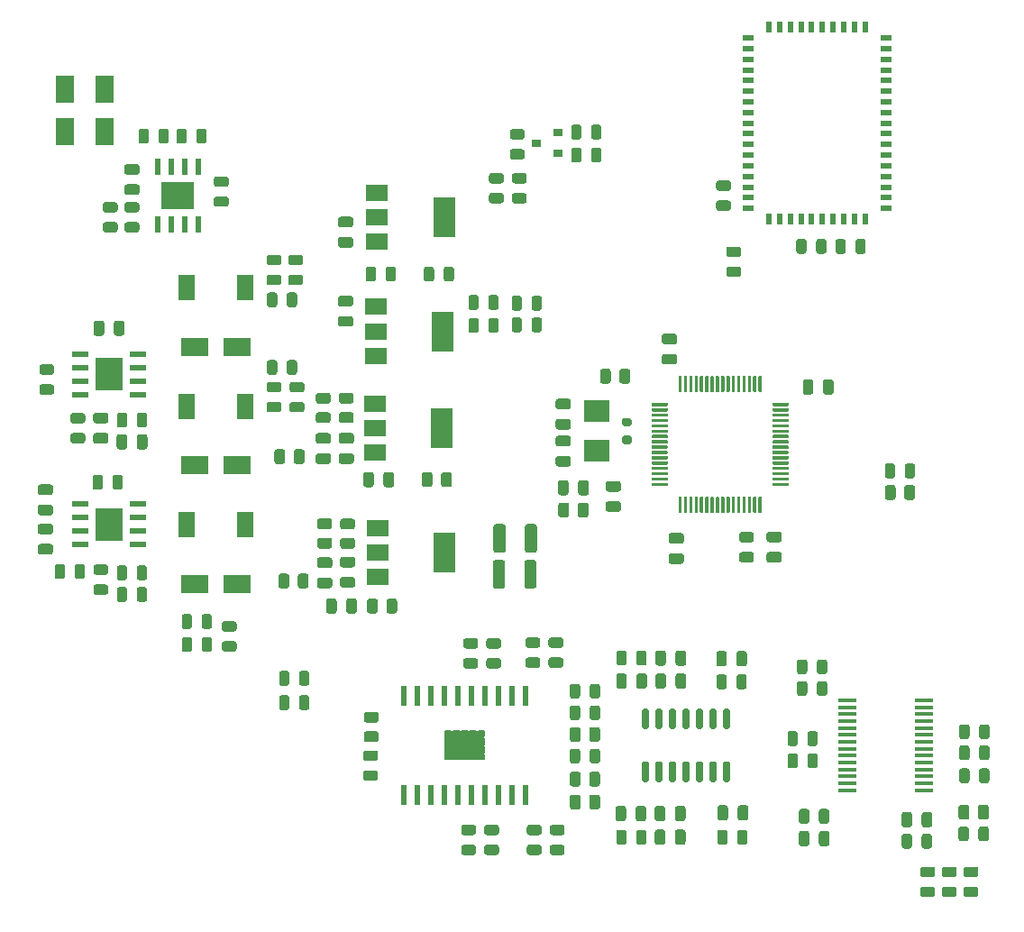
<source format=gbr>
G04 #@! TF.GenerationSoftware,KiCad,Pcbnew,5.1.9*
G04 #@! TF.CreationDate,2021-04-13T21:33:03+08:00*
G04 #@! TF.ProjectId,digital-amplifier2,64696769-7461-46c2-9d61-6d706c696669,rev?*
G04 #@! TF.SameCoordinates,Original*
G04 #@! TF.FileFunction,Paste,Top*
G04 #@! TF.FilePolarity,Positive*
%FSLAX46Y46*%
G04 Gerber Fmt 4.6, Leading zero omitted, Abs format (unit mm)*
G04 Created by KiCad (PCBNEW 5.1.9) date 2021-04-13 21:33:03*
%MOMM*%
%LPD*%
G01*
G04 APERTURE LIST*
%ADD10C,0.152400*%
%ADD11R,2.000000X1.500000*%
%ADD12R,2.000000X3.800000*%
%ADD13R,1.750000X0.450000*%
%ADD14R,1.550000X0.600000*%
%ADD15R,2.600000X3.100000*%
%ADD16R,3.810000X2.789999*%
%ADD17R,0.558000X1.969999*%
%ADD18R,1.000000X0.500000*%
%ADD19R,0.500000X1.000000*%
%ADD20R,1.500000X2.400000*%
%ADD21R,2.500000X1.800000*%
%ADD22R,1.800000X2.500000*%
%ADD23R,0.900000X0.800000*%
%ADD24R,2.400000X2.000000*%
%ADD25R,0.600000X1.550000*%
%ADD26R,3.100000X2.600000*%
G04 APERTURE END LIST*
D10*
X96572070Y-123330430D02*
X96023100Y-123330430D01*
X96023100Y-123330430D02*
X96023100Y-123621679D01*
X96023100Y-123621679D02*
X96023100Y-123621679D01*
X96023100Y-123621679D02*
X96164521Y-123763100D01*
X96164521Y-123763100D02*
X96164521Y-123763100D01*
X96164521Y-123763100D02*
X96572070Y-123763100D01*
X96572070Y-123763100D02*
X96572070Y-123330430D01*
X95823100Y-123330430D02*
X95235700Y-123330430D01*
X95235700Y-123330430D02*
X95235700Y-123621679D01*
X95235700Y-123621679D02*
X95235700Y-123621679D01*
X95235700Y-123621679D02*
X95377121Y-123763100D01*
X95377121Y-123763100D02*
X95377121Y-123763100D01*
X95377121Y-123763100D02*
X95681679Y-123763100D01*
X95681679Y-123763100D02*
X95681679Y-123763100D01*
X95681679Y-123763100D02*
X95823100Y-123621679D01*
X95823100Y-123621679D02*
X95823100Y-123621679D01*
X95823100Y-123621679D02*
X95823100Y-123330430D01*
X95035700Y-123330430D02*
X94448300Y-123330430D01*
X94448300Y-123330430D02*
X94448300Y-123621679D01*
X94448300Y-123621679D02*
X94448300Y-123621679D01*
X94448300Y-123621679D02*
X94589721Y-123763100D01*
X94589721Y-123763100D02*
X94589721Y-123763100D01*
X94589721Y-123763100D02*
X94894279Y-123763100D01*
X94894279Y-123763100D02*
X94894279Y-123763100D01*
X94894279Y-123763100D02*
X95035700Y-123621679D01*
X95035700Y-123621679D02*
X95035700Y-123621679D01*
X95035700Y-123621679D02*
X95035700Y-123330430D01*
X94248300Y-123330430D02*
X93660900Y-123330430D01*
X93660900Y-123330430D02*
X93660900Y-123621679D01*
X93660900Y-123621679D02*
X93660900Y-123621679D01*
X93660900Y-123621679D02*
X93802321Y-123763100D01*
X93802321Y-123763100D02*
X93802321Y-123763100D01*
X93802321Y-123763100D02*
X94106879Y-123763100D01*
X94106879Y-123763100D02*
X94106879Y-123763100D01*
X94106879Y-123763100D02*
X94248300Y-123621679D01*
X94248300Y-123621679D02*
X94248300Y-123621679D01*
X94248300Y-123621679D02*
X94248300Y-123330430D01*
X93460900Y-123330430D02*
X92911930Y-123330430D01*
X92911930Y-123330430D02*
X92911930Y-123763100D01*
X92911930Y-123763100D02*
X93319479Y-123763100D01*
X93319479Y-123763100D02*
X93319479Y-123763100D01*
X93319479Y-123763100D02*
X93460900Y-123621679D01*
X93460900Y-123621679D02*
X93460900Y-123621679D01*
X93460900Y-123621679D02*
X93460900Y-123330430D01*
X96572070Y-123963100D02*
X96164521Y-123963100D01*
X96164521Y-123963100D02*
X96164521Y-123963100D01*
X96164521Y-123963100D02*
X96023100Y-124104521D01*
X96023100Y-124104521D02*
X96023100Y-124104521D01*
X96023100Y-124104521D02*
X96023100Y-124409079D01*
X96023100Y-124409079D02*
X96023100Y-124409079D01*
X96023100Y-124409079D02*
X96164521Y-124550500D01*
X96164521Y-124550500D02*
X96164521Y-124550500D01*
X96164521Y-124550500D02*
X96572070Y-124550500D01*
X96572070Y-124550500D02*
X96572070Y-123963100D01*
X95823100Y-124104521D02*
X95823100Y-124104521D01*
X95823100Y-124104521D02*
X95681679Y-123963100D01*
X95681679Y-123963100D02*
X95681679Y-123963100D01*
X95681679Y-123963100D02*
X95377121Y-123963100D01*
X95377121Y-123963100D02*
X95377121Y-123963100D01*
X95377121Y-123963100D02*
X95235700Y-124104521D01*
X95235700Y-124104521D02*
X95235700Y-124104521D01*
X95235700Y-124104521D02*
X95235700Y-124409079D01*
X95235700Y-124409079D02*
X95235700Y-124409079D01*
X95235700Y-124409079D02*
X95377121Y-124550500D01*
X95377121Y-124550500D02*
X95377121Y-124550500D01*
X95377121Y-124550500D02*
X95681679Y-124550500D01*
X95681679Y-124550500D02*
X95681679Y-124550500D01*
X95681679Y-124550500D02*
X95823100Y-124409079D01*
X95823100Y-124409079D02*
X95823100Y-124409079D01*
X95823100Y-124409079D02*
X95823100Y-124104521D01*
X95035700Y-124104521D02*
X95035700Y-124104521D01*
X95035700Y-124104521D02*
X94894279Y-123963100D01*
X94894279Y-123963100D02*
X94894279Y-123963100D01*
X94894279Y-123963100D02*
X94589721Y-123963100D01*
X94589721Y-123963100D02*
X94589721Y-123963100D01*
X94589721Y-123963100D02*
X94448300Y-124104521D01*
X94448300Y-124104521D02*
X94448300Y-124104521D01*
X94448300Y-124104521D02*
X94448300Y-124409079D01*
X94448300Y-124409079D02*
X94448300Y-124409079D01*
X94448300Y-124409079D02*
X94589721Y-124550500D01*
X94589721Y-124550500D02*
X94589721Y-124550500D01*
X94589721Y-124550500D02*
X94894279Y-124550500D01*
X94894279Y-124550500D02*
X94894279Y-124550500D01*
X94894279Y-124550500D02*
X95035700Y-124409079D01*
X95035700Y-124409079D02*
X95035700Y-124409079D01*
X95035700Y-124409079D02*
X95035700Y-124104521D01*
X94248300Y-124104521D02*
X94248300Y-124104521D01*
X94248300Y-124104521D02*
X94106879Y-123963100D01*
X94106879Y-123963100D02*
X94106879Y-123963100D01*
X94106879Y-123963100D02*
X93802321Y-123963100D01*
X93802321Y-123963100D02*
X93802321Y-123963100D01*
X93802321Y-123963100D02*
X93660900Y-124104521D01*
X93660900Y-124104521D02*
X93660900Y-124104521D01*
X93660900Y-124104521D02*
X93660900Y-124409079D01*
X93660900Y-124409079D02*
X93660900Y-124409079D01*
X93660900Y-124409079D02*
X93802321Y-124550500D01*
X93802321Y-124550500D02*
X93802321Y-124550500D01*
X93802321Y-124550500D02*
X94106879Y-124550500D01*
X94106879Y-124550500D02*
X94106879Y-124550500D01*
X94106879Y-124550500D02*
X94248300Y-124409079D01*
X94248300Y-124409079D02*
X94248300Y-124409079D01*
X94248300Y-124409079D02*
X94248300Y-124104521D01*
X93460900Y-124104521D02*
X93460900Y-124104521D01*
X93460900Y-124104521D02*
X93319479Y-123963100D01*
X93319479Y-123963100D02*
X93319479Y-123963100D01*
X93319479Y-123963100D02*
X92911930Y-123963100D01*
X92911930Y-123963100D02*
X92911930Y-124550500D01*
X92911930Y-124550500D02*
X93319479Y-124550500D01*
X93319479Y-124550500D02*
X93319479Y-124550500D01*
X93319479Y-124550500D02*
X93460900Y-124409079D01*
X93460900Y-124409079D02*
X93460900Y-124409079D01*
X93460900Y-124409079D02*
X93460900Y-124104521D01*
X96572070Y-124750500D02*
X96164521Y-124750500D01*
X96164521Y-124750500D02*
X96164521Y-124750500D01*
X96164521Y-124750500D02*
X96023100Y-124891921D01*
X96023100Y-124891921D02*
X96023100Y-124891921D01*
X96023100Y-124891921D02*
X96023100Y-125196479D01*
X96023100Y-125196479D02*
X96023100Y-125196479D01*
X96023100Y-125196479D02*
X96164521Y-125337900D01*
X96164521Y-125337900D02*
X96164521Y-125337900D01*
X96164521Y-125337900D02*
X96572070Y-125337900D01*
X96572070Y-125337900D02*
X96572070Y-124750500D01*
X95823100Y-124891921D02*
X95823100Y-124891921D01*
X95823100Y-124891921D02*
X95681679Y-124750500D01*
X95681679Y-124750500D02*
X95681679Y-124750500D01*
X95681679Y-124750500D02*
X95377121Y-124750500D01*
X95377121Y-124750500D02*
X95377121Y-124750500D01*
X95377121Y-124750500D02*
X95235700Y-124891921D01*
X95235700Y-124891921D02*
X95235700Y-124891921D01*
X95235700Y-124891921D02*
X95235700Y-125196479D01*
X95235700Y-125196479D02*
X95235700Y-125196479D01*
X95235700Y-125196479D02*
X95377121Y-125337900D01*
X95377121Y-125337900D02*
X95377121Y-125337900D01*
X95377121Y-125337900D02*
X95681679Y-125337900D01*
X95681679Y-125337900D02*
X95681679Y-125337900D01*
X95681679Y-125337900D02*
X95823100Y-125196479D01*
X95823100Y-125196479D02*
X95823100Y-125196479D01*
X95823100Y-125196479D02*
X95823100Y-124891921D01*
X95035700Y-124891921D02*
X95035700Y-124891921D01*
X95035700Y-124891921D02*
X94894279Y-124750500D01*
X94894279Y-124750500D02*
X94894279Y-124750500D01*
X94894279Y-124750500D02*
X94589721Y-124750500D01*
X94589721Y-124750500D02*
X94589721Y-124750500D01*
X94589721Y-124750500D02*
X94448300Y-124891921D01*
X94448300Y-124891921D02*
X94448300Y-124891921D01*
X94448300Y-124891921D02*
X94448300Y-125196479D01*
X94448300Y-125196479D02*
X94448300Y-125196479D01*
X94448300Y-125196479D02*
X94589721Y-125337900D01*
X94589721Y-125337900D02*
X94589721Y-125337900D01*
X94589721Y-125337900D02*
X94894279Y-125337900D01*
X94894279Y-125337900D02*
X94894279Y-125337900D01*
X94894279Y-125337900D02*
X95035700Y-125196479D01*
X95035700Y-125196479D02*
X95035700Y-125196479D01*
X95035700Y-125196479D02*
X95035700Y-124891921D01*
X94248300Y-124891921D02*
X94248300Y-124891921D01*
X94248300Y-124891921D02*
X94106879Y-124750500D01*
X94106879Y-124750500D02*
X94106879Y-124750500D01*
X94106879Y-124750500D02*
X93802321Y-124750500D01*
X93802321Y-124750500D02*
X93802321Y-124750500D01*
X93802321Y-124750500D02*
X93660900Y-124891921D01*
X93660900Y-124891921D02*
X93660900Y-124891921D01*
X93660900Y-124891921D02*
X93660900Y-125196479D01*
X93660900Y-125196479D02*
X93660900Y-125196479D01*
X93660900Y-125196479D02*
X93802321Y-125337900D01*
X93802321Y-125337900D02*
X93802321Y-125337900D01*
X93802321Y-125337900D02*
X94106879Y-125337900D01*
X94106879Y-125337900D02*
X94106879Y-125337900D01*
X94106879Y-125337900D02*
X94248300Y-125196479D01*
X94248300Y-125196479D02*
X94248300Y-125196479D01*
X94248300Y-125196479D02*
X94248300Y-124891921D01*
X93460900Y-124891921D02*
X93460900Y-124891921D01*
X93460900Y-124891921D02*
X93319479Y-124750500D01*
X93319479Y-124750500D02*
X93319479Y-124750500D01*
X93319479Y-124750500D02*
X92911930Y-124750500D01*
X92911930Y-124750500D02*
X92911930Y-125337900D01*
X92911930Y-125337900D02*
X93319479Y-125337900D01*
X93319479Y-125337900D02*
X93319479Y-125337900D01*
X93319479Y-125337900D02*
X93460900Y-125196479D01*
X93460900Y-125196479D02*
X93460900Y-125196479D01*
X93460900Y-125196479D02*
X93460900Y-124891921D01*
X96572070Y-125537900D02*
X96164521Y-125537900D01*
X96164521Y-125537900D02*
X96164521Y-125537900D01*
X96164521Y-125537900D02*
X96023100Y-125679321D01*
X96023100Y-125679321D02*
X96023100Y-125679321D01*
X96023100Y-125679321D02*
X96023100Y-125970570D01*
X96023100Y-125970570D02*
X96572070Y-125970570D01*
X96572070Y-125970570D02*
X96572070Y-125537900D01*
X95823100Y-125679321D02*
X95823100Y-125679321D01*
X95823100Y-125679321D02*
X95681679Y-125537900D01*
X95681679Y-125537900D02*
X95681679Y-125537900D01*
X95681679Y-125537900D02*
X95377121Y-125537900D01*
X95377121Y-125537900D02*
X95377121Y-125537900D01*
X95377121Y-125537900D02*
X95235700Y-125679321D01*
X95235700Y-125679321D02*
X95235700Y-125679321D01*
X95235700Y-125679321D02*
X95235700Y-125970570D01*
X95235700Y-125970570D02*
X95823100Y-125970570D01*
X95823100Y-125970570D02*
X95823100Y-125679321D01*
X95035700Y-125679321D02*
X95035700Y-125679321D01*
X95035700Y-125679321D02*
X94894279Y-125537900D01*
X94894279Y-125537900D02*
X94894279Y-125537900D01*
X94894279Y-125537900D02*
X94589721Y-125537900D01*
X94589721Y-125537900D02*
X94589721Y-125537900D01*
X94589721Y-125537900D02*
X94448300Y-125679321D01*
X94448300Y-125679321D02*
X94448300Y-125679321D01*
X94448300Y-125679321D02*
X94448300Y-125970570D01*
X94448300Y-125970570D02*
X95035700Y-125970570D01*
X95035700Y-125970570D02*
X95035700Y-125679321D01*
X94248300Y-125679321D02*
X94248300Y-125679321D01*
X94248300Y-125679321D02*
X94106879Y-125537900D01*
X94106879Y-125537900D02*
X94106879Y-125537900D01*
X94106879Y-125537900D02*
X93802321Y-125537900D01*
X93802321Y-125537900D02*
X93802321Y-125537900D01*
X93802321Y-125537900D02*
X93660900Y-125679321D01*
X93660900Y-125679321D02*
X93660900Y-125679321D01*
X93660900Y-125679321D02*
X93660900Y-125970570D01*
X93660900Y-125970570D02*
X94248300Y-125970570D01*
X94248300Y-125970570D02*
X94248300Y-125679321D01*
X93460900Y-125679321D02*
X93460900Y-125679321D01*
X93460900Y-125679321D02*
X93319479Y-125537900D01*
X93319479Y-125537900D02*
X93319479Y-125537900D01*
X93319479Y-125537900D02*
X92911930Y-125537900D01*
X92911930Y-125537900D02*
X92911930Y-125970570D01*
X92911930Y-125970570D02*
X93460900Y-125970570D01*
X93460900Y-125970570D02*
X93460900Y-125679321D01*
G36*
G01*
X84041000Y-76004000D02*
X83091000Y-76004000D01*
G75*
G02*
X82841000Y-75754000I0J250000D01*
G01*
X82841000Y-75254000D01*
G75*
G02*
X83091000Y-75004000I250000J0D01*
G01*
X84041000Y-75004000D01*
G75*
G02*
X84291000Y-75254000I0J-250000D01*
G01*
X84291000Y-75754000D01*
G75*
G02*
X84041000Y-76004000I-250000J0D01*
G01*
G37*
G36*
G01*
X84041000Y-77904000D02*
X83091000Y-77904000D01*
G75*
G02*
X82841000Y-77654000I0J250000D01*
G01*
X82841000Y-77154000D01*
G75*
G02*
X83091000Y-76904000I250000J0D01*
G01*
X84041000Y-76904000D01*
G75*
G02*
X84291000Y-77154000I0J-250000D01*
G01*
X84291000Y-77654000D01*
G75*
G02*
X84041000Y-77904000I-250000J0D01*
G01*
G37*
G36*
G01*
X84041000Y-83433500D02*
X83091000Y-83433500D01*
G75*
G02*
X82841000Y-83183500I0J250000D01*
G01*
X82841000Y-82683500D01*
G75*
G02*
X83091000Y-82433500I250000J0D01*
G01*
X84041000Y-82433500D01*
G75*
G02*
X84291000Y-82683500I0J-250000D01*
G01*
X84291000Y-83183500D01*
G75*
G02*
X84041000Y-83433500I-250000J0D01*
G01*
G37*
G36*
G01*
X84041000Y-85333500D02*
X83091000Y-85333500D01*
G75*
G02*
X82841000Y-85083500I0J250000D01*
G01*
X82841000Y-84583500D01*
G75*
G02*
X83091000Y-84333500I250000J0D01*
G01*
X84041000Y-84333500D01*
G75*
G02*
X84291000Y-84583500I0J-250000D01*
G01*
X84291000Y-85083500D01*
G75*
G02*
X84041000Y-85333500I-250000J0D01*
G01*
G37*
D11*
X86575500Y-104253000D03*
X86575500Y-108853000D03*
X86575500Y-106553000D03*
D12*
X92875500Y-106553000D03*
D11*
X86321500Y-92569000D03*
X86321500Y-97169000D03*
X86321500Y-94869000D03*
D12*
X92621500Y-94869000D03*
G36*
G01*
X87395000Y-112019501D02*
X87395000Y-111119499D01*
G75*
G02*
X87644999Y-110869500I249999J0D01*
G01*
X88170001Y-110869500D01*
G75*
G02*
X88420000Y-111119499I0J-249999D01*
G01*
X88420000Y-112019501D01*
G75*
G02*
X88170001Y-112269500I-249999J0D01*
G01*
X87644999Y-112269500D01*
G75*
G02*
X87395000Y-112019501I0J249999D01*
G01*
G37*
G36*
G01*
X85570000Y-112019501D02*
X85570000Y-111119499D01*
G75*
G02*
X85819999Y-110869500I249999J0D01*
G01*
X86345001Y-110869500D01*
G75*
G02*
X86595000Y-111119499I0J-249999D01*
G01*
X86595000Y-112019501D01*
G75*
G02*
X86345001Y-112269500I-249999J0D01*
G01*
X85819999Y-112269500D01*
G75*
G02*
X85570000Y-112019501I0J249999D01*
G01*
G37*
G36*
G01*
X92538500Y-100145001D02*
X92538500Y-99244999D01*
G75*
G02*
X92788499Y-98995000I249999J0D01*
G01*
X93313501Y-98995000D01*
G75*
G02*
X93563500Y-99244999I0J-249999D01*
G01*
X93563500Y-100145001D01*
G75*
G02*
X93313501Y-100395000I-249999J0D01*
G01*
X92788499Y-100395000D01*
G75*
G02*
X92538500Y-100145001I0J249999D01*
G01*
G37*
G36*
G01*
X90713500Y-100145001D02*
X90713500Y-99244999D01*
G75*
G02*
X90963499Y-98995000I249999J0D01*
G01*
X91488501Y-98995000D01*
G75*
G02*
X91738500Y-99244999I0J-249999D01*
G01*
X91738500Y-100145001D01*
G75*
G02*
X91488501Y-100395000I-249999J0D01*
G01*
X90963499Y-100395000D01*
G75*
G02*
X90713500Y-100145001I0J249999D01*
G01*
G37*
G36*
G01*
X84206501Y-104375000D02*
X83306499Y-104375000D01*
G75*
G02*
X83056500Y-104125001I0J249999D01*
G01*
X83056500Y-103599999D01*
G75*
G02*
X83306499Y-103350000I249999J0D01*
G01*
X84206501Y-103350000D01*
G75*
G02*
X84456500Y-103599999I0J-249999D01*
G01*
X84456500Y-104125001D01*
G75*
G02*
X84206501Y-104375000I-249999J0D01*
G01*
G37*
G36*
G01*
X84206501Y-106200000D02*
X83306499Y-106200000D01*
G75*
G02*
X83056500Y-105950001I0J249999D01*
G01*
X83056500Y-105424999D01*
G75*
G02*
X83306499Y-105175000I249999J0D01*
G01*
X84206501Y-105175000D01*
G75*
G02*
X84456500Y-105424999I0J-249999D01*
G01*
X84456500Y-105950001D01*
G75*
G02*
X84206501Y-106200000I-249999J0D01*
G01*
G37*
G36*
G01*
X81147499Y-105151500D02*
X82047501Y-105151500D01*
G75*
G02*
X82297500Y-105401499I0J-249999D01*
G01*
X82297500Y-105926501D01*
G75*
G02*
X82047501Y-106176500I-249999J0D01*
G01*
X81147499Y-106176500D01*
G75*
G02*
X80897500Y-105926501I0J249999D01*
G01*
X80897500Y-105401499D01*
G75*
G02*
X81147499Y-105151500I249999J0D01*
G01*
G37*
G36*
G01*
X81147499Y-103326500D02*
X82047501Y-103326500D01*
G75*
G02*
X82297500Y-103576499I0J-249999D01*
G01*
X82297500Y-104101501D01*
G75*
G02*
X82047501Y-104351500I-249999J0D01*
G01*
X81147499Y-104351500D01*
G75*
G02*
X80897500Y-104101501I0J249999D01*
G01*
X80897500Y-103576499D01*
G75*
G02*
X81147499Y-103326500I249999J0D01*
G01*
G37*
G36*
G01*
X81920501Y-92564000D02*
X81020499Y-92564000D01*
G75*
G02*
X80770500Y-92314001I0J249999D01*
G01*
X80770500Y-91788999D01*
G75*
G02*
X81020499Y-91539000I249999J0D01*
G01*
X81920501Y-91539000D01*
G75*
G02*
X82170500Y-91788999I0J-249999D01*
G01*
X82170500Y-92314001D01*
G75*
G02*
X81920501Y-92564000I-249999J0D01*
G01*
G37*
G36*
G01*
X81920501Y-94389000D02*
X81020499Y-94389000D01*
G75*
G02*
X80770500Y-94139001I0J249999D01*
G01*
X80770500Y-93613999D01*
G75*
G02*
X81020499Y-93364000I249999J0D01*
G01*
X81920501Y-93364000D01*
G75*
G02*
X82170500Y-93613999I0J-249999D01*
G01*
X82170500Y-94139001D01*
G75*
G02*
X81920501Y-94389000I-249999J0D01*
G01*
G37*
G36*
G01*
X84079501Y-92564000D02*
X83179499Y-92564000D01*
G75*
G02*
X82929500Y-92314001I0J249999D01*
G01*
X82929500Y-91788999D01*
G75*
G02*
X83179499Y-91539000I249999J0D01*
G01*
X84079501Y-91539000D01*
G75*
G02*
X84329500Y-91788999I0J-249999D01*
G01*
X84329500Y-92314001D01*
G75*
G02*
X84079501Y-92564000I-249999J0D01*
G01*
G37*
G36*
G01*
X84079501Y-94389000D02*
X83179499Y-94389000D01*
G75*
G02*
X82929500Y-94139001I0J249999D01*
G01*
X82929500Y-93613999D01*
G75*
G02*
X83179499Y-93364000I249999J0D01*
G01*
X84079501Y-93364000D01*
G75*
G02*
X84329500Y-93613999I0J-249999D01*
G01*
X84329500Y-94139001D01*
G75*
G02*
X84079501Y-94389000I-249999J0D01*
G01*
G37*
G36*
G01*
X78276500Y-108769999D02*
X78276500Y-109670001D01*
G75*
G02*
X78026501Y-109920000I-249999J0D01*
G01*
X77501499Y-109920000D01*
G75*
G02*
X77251500Y-109670001I0J249999D01*
G01*
X77251500Y-108769999D01*
G75*
G02*
X77501499Y-108520000I249999J0D01*
G01*
X78026501Y-108520000D01*
G75*
G02*
X78276500Y-108769999I0J-249999D01*
G01*
G37*
G36*
G01*
X80101500Y-108769999D02*
X80101500Y-109670001D01*
G75*
G02*
X79851501Y-109920000I-249999J0D01*
G01*
X79326499Y-109920000D01*
G75*
G02*
X79076500Y-109670001I0J249999D01*
G01*
X79076500Y-108769999D01*
G75*
G02*
X79326499Y-108520000I249999J0D01*
G01*
X79851501Y-108520000D01*
G75*
G02*
X80101500Y-108769999I0J-249999D01*
G01*
G37*
G36*
G01*
X77895500Y-97085999D02*
X77895500Y-97986001D01*
G75*
G02*
X77645501Y-98236000I-249999J0D01*
G01*
X77120499Y-98236000D01*
G75*
G02*
X76870500Y-97986001I0J249999D01*
G01*
X76870500Y-97085999D01*
G75*
G02*
X77120499Y-96836000I249999J0D01*
G01*
X77645501Y-96836000D01*
G75*
G02*
X77895500Y-97085999I0J-249999D01*
G01*
G37*
G36*
G01*
X79720500Y-97085999D02*
X79720500Y-97986001D01*
G75*
G02*
X79470501Y-98236000I-249999J0D01*
G01*
X78945499Y-98236000D01*
G75*
G02*
X78695500Y-97986001I0J249999D01*
G01*
X78695500Y-97085999D01*
G75*
G02*
X78945499Y-96836000I249999J0D01*
G01*
X79470501Y-96836000D01*
G75*
G02*
X79720500Y-97085999I0J-249999D01*
G01*
G37*
G36*
G01*
X83635000Y-112044500D02*
X83635000Y-111094500D01*
G75*
G02*
X83885000Y-110844500I250000J0D01*
G01*
X84385000Y-110844500D01*
G75*
G02*
X84635000Y-111094500I0J-250000D01*
G01*
X84635000Y-112044500D01*
G75*
G02*
X84385000Y-112294500I-250000J0D01*
G01*
X83885000Y-112294500D01*
G75*
G02*
X83635000Y-112044500I0J250000D01*
G01*
G37*
G36*
G01*
X81735000Y-112044500D02*
X81735000Y-111094500D01*
G75*
G02*
X81985000Y-110844500I250000J0D01*
G01*
X82485000Y-110844500D01*
G75*
G02*
X82735000Y-111094500I0J-250000D01*
G01*
X82735000Y-112044500D01*
G75*
G02*
X82485000Y-112294500I-250000J0D01*
G01*
X81985000Y-112294500D01*
G75*
G02*
X81735000Y-112044500I0J250000D01*
G01*
G37*
G36*
G01*
X86227500Y-99220000D02*
X86227500Y-100170000D01*
G75*
G02*
X85977500Y-100420000I-250000J0D01*
G01*
X85477500Y-100420000D01*
G75*
G02*
X85227500Y-100170000I0J250000D01*
G01*
X85227500Y-99220000D01*
G75*
G02*
X85477500Y-98970000I250000J0D01*
G01*
X85977500Y-98970000D01*
G75*
G02*
X86227500Y-99220000I0J-250000D01*
G01*
G37*
G36*
G01*
X88127500Y-99220000D02*
X88127500Y-100170000D01*
G75*
G02*
X87877500Y-100420000I-250000J0D01*
G01*
X87377500Y-100420000D01*
G75*
G02*
X87127500Y-100170000I0J250000D01*
G01*
X87127500Y-99220000D01*
G75*
G02*
X87377500Y-98970000I250000J0D01*
G01*
X87877500Y-98970000D01*
G75*
G02*
X88127500Y-99220000I0J-250000D01*
G01*
G37*
G36*
G01*
X84231500Y-107947000D02*
X83281500Y-107947000D01*
G75*
G02*
X83031500Y-107697000I0J250000D01*
G01*
X83031500Y-107197000D01*
G75*
G02*
X83281500Y-106947000I250000J0D01*
G01*
X84231500Y-106947000D01*
G75*
G02*
X84481500Y-107197000I0J-250000D01*
G01*
X84481500Y-107697000D01*
G75*
G02*
X84231500Y-107947000I-250000J0D01*
G01*
G37*
G36*
G01*
X84231500Y-109847000D02*
X83281500Y-109847000D01*
G75*
G02*
X83031500Y-109597000I0J250000D01*
G01*
X83031500Y-109097000D01*
G75*
G02*
X83281500Y-108847000I250000J0D01*
G01*
X84231500Y-108847000D01*
G75*
G02*
X84481500Y-109097000I0J-250000D01*
G01*
X84481500Y-109597000D01*
G75*
G02*
X84231500Y-109847000I-250000J0D01*
G01*
G37*
G36*
G01*
X84104500Y-96324000D02*
X83154500Y-96324000D01*
G75*
G02*
X82904500Y-96074000I0J250000D01*
G01*
X82904500Y-95574000D01*
G75*
G02*
X83154500Y-95324000I250000J0D01*
G01*
X84104500Y-95324000D01*
G75*
G02*
X84354500Y-95574000I0J-250000D01*
G01*
X84354500Y-96074000D01*
G75*
G02*
X84104500Y-96324000I-250000J0D01*
G01*
G37*
G36*
G01*
X84104500Y-98224000D02*
X83154500Y-98224000D01*
G75*
G02*
X82904500Y-97974000I0J250000D01*
G01*
X82904500Y-97474000D01*
G75*
G02*
X83154500Y-97224000I250000J0D01*
G01*
X84104500Y-97224000D01*
G75*
G02*
X84354500Y-97474000I0J-250000D01*
G01*
X84354500Y-97974000D01*
G75*
G02*
X84104500Y-98224000I-250000J0D01*
G01*
G37*
G36*
G01*
X82072500Y-108008000D02*
X81122500Y-108008000D01*
G75*
G02*
X80872500Y-107758000I0J250000D01*
G01*
X80872500Y-107258000D01*
G75*
G02*
X81122500Y-107008000I250000J0D01*
G01*
X82072500Y-107008000D01*
G75*
G02*
X82322500Y-107258000I0J-250000D01*
G01*
X82322500Y-107758000D01*
G75*
G02*
X82072500Y-108008000I-250000J0D01*
G01*
G37*
G36*
G01*
X82072500Y-109908000D02*
X81122500Y-109908000D01*
G75*
G02*
X80872500Y-109658000I0J250000D01*
G01*
X80872500Y-109158000D01*
G75*
G02*
X81122500Y-108908000I250000J0D01*
G01*
X82072500Y-108908000D01*
G75*
G02*
X82322500Y-109158000I0J-250000D01*
G01*
X82322500Y-109658000D01*
G75*
G02*
X82072500Y-109908000I-250000J0D01*
G01*
G37*
G36*
G01*
X81945500Y-96324000D02*
X80995500Y-96324000D01*
G75*
G02*
X80745500Y-96074000I0J250000D01*
G01*
X80745500Y-95574000D01*
G75*
G02*
X80995500Y-95324000I250000J0D01*
G01*
X81945500Y-95324000D01*
G75*
G02*
X82195500Y-95574000I0J-250000D01*
G01*
X82195500Y-96074000D01*
G75*
G02*
X81945500Y-96324000I-250000J0D01*
G01*
G37*
G36*
G01*
X81945500Y-98224000D02*
X80995500Y-98224000D01*
G75*
G02*
X80745500Y-97974000I0J250000D01*
G01*
X80745500Y-97474000D01*
G75*
G02*
X80995500Y-97224000I250000J0D01*
G01*
X81945500Y-97224000D01*
G75*
G02*
X82195500Y-97474000I0J-250000D01*
G01*
X82195500Y-97974000D01*
G75*
G02*
X81945500Y-98224000I-250000J0D01*
G01*
G37*
G36*
G01*
X142157500Y-130486999D02*
X142157500Y-131387001D01*
G75*
G02*
X141907501Y-131637000I-249999J0D01*
G01*
X141382499Y-131637000D01*
G75*
G02*
X141132500Y-131387001I0J249999D01*
G01*
X141132500Y-130486999D01*
G75*
G02*
X141382499Y-130237000I249999J0D01*
G01*
X141907501Y-130237000D01*
G75*
G02*
X142157500Y-130486999I0J-249999D01*
G01*
G37*
G36*
G01*
X143982500Y-130486999D02*
X143982500Y-131387001D01*
G75*
G02*
X143732501Y-131637000I-249999J0D01*
G01*
X143207499Y-131637000D01*
G75*
G02*
X142957500Y-131387001I0J249999D01*
G01*
X142957500Y-130486999D01*
G75*
G02*
X143207499Y-130237000I249999J0D01*
G01*
X143732501Y-130237000D01*
G75*
G02*
X143982500Y-130486999I0J-249999D01*
G01*
G37*
G36*
G01*
X119198350Y-126150500D02*
X119498350Y-126150500D01*
G75*
G02*
X119648350Y-126300500I0J-150000D01*
G01*
X119648350Y-127950500D01*
G75*
G02*
X119498350Y-128100500I-150000J0D01*
G01*
X119198350Y-128100500D01*
G75*
G02*
X119048350Y-127950500I0J150000D01*
G01*
X119048350Y-126300500D01*
G75*
G02*
X119198350Y-126150500I150000J0D01*
G01*
G37*
G36*
G01*
X117928350Y-126150500D02*
X118228350Y-126150500D01*
G75*
G02*
X118378350Y-126300500I0J-150000D01*
G01*
X118378350Y-127950500D01*
G75*
G02*
X118228350Y-128100500I-150000J0D01*
G01*
X117928350Y-128100500D01*
G75*
G02*
X117778350Y-127950500I0J150000D01*
G01*
X117778350Y-126300500D01*
G75*
G02*
X117928350Y-126150500I150000J0D01*
G01*
G37*
G36*
G01*
X116658350Y-126150500D02*
X116958350Y-126150500D01*
G75*
G02*
X117108350Y-126300500I0J-150000D01*
G01*
X117108350Y-127950500D01*
G75*
G02*
X116958350Y-128100500I-150000J0D01*
G01*
X116658350Y-128100500D01*
G75*
G02*
X116508350Y-127950500I0J150000D01*
G01*
X116508350Y-126300500D01*
G75*
G02*
X116658350Y-126150500I150000J0D01*
G01*
G37*
G36*
G01*
X115388350Y-126150500D02*
X115688350Y-126150500D01*
G75*
G02*
X115838350Y-126300500I0J-150000D01*
G01*
X115838350Y-127950500D01*
G75*
G02*
X115688350Y-128100500I-150000J0D01*
G01*
X115388350Y-128100500D01*
G75*
G02*
X115238350Y-127950500I0J150000D01*
G01*
X115238350Y-126300500D01*
G75*
G02*
X115388350Y-126150500I150000J0D01*
G01*
G37*
G36*
G01*
X114118350Y-126150500D02*
X114418350Y-126150500D01*
G75*
G02*
X114568350Y-126300500I0J-150000D01*
G01*
X114568350Y-127950500D01*
G75*
G02*
X114418350Y-128100500I-150000J0D01*
G01*
X114118350Y-128100500D01*
G75*
G02*
X113968350Y-127950500I0J150000D01*
G01*
X113968350Y-126300500D01*
G75*
G02*
X114118350Y-126150500I150000J0D01*
G01*
G37*
G36*
G01*
X112848350Y-126150500D02*
X113148350Y-126150500D01*
G75*
G02*
X113298350Y-126300500I0J-150000D01*
G01*
X113298350Y-127950500D01*
G75*
G02*
X113148350Y-128100500I-150000J0D01*
G01*
X112848350Y-128100500D01*
G75*
G02*
X112698350Y-127950500I0J150000D01*
G01*
X112698350Y-126300500D01*
G75*
G02*
X112848350Y-126150500I150000J0D01*
G01*
G37*
G36*
G01*
X111578350Y-126150500D02*
X111878350Y-126150500D01*
G75*
G02*
X112028350Y-126300500I0J-150000D01*
G01*
X112028350Y-127950500D01*
G75*
G02*
X111878350Y-128100500I-150000J0D01*
G01*
X111578350Y-128100500D01*
G75*
G02*
X111428350Y-127950500I0J150000D01*
G01*
X111428350Y-126300500D01*
G75*
G02*
X111578350Y-126150500I150000J0D01*
G01*
G37*
G36*
G01*
X111578350Y-121200500D02*
X111878350Y-121200500D01*
G75*
G02*
X112028350Y-121350500I0J-150000D01*
G01*
X112028350Y-123000500D01*
G75*
G02*
X111878350Y-123150500I-150000J0D01*
G01*
X111578350Y-123150500D01*
G75*
G02*
X111428350Y-123000500I0J150000D01*
G01*
X111428350Y-121350500D01*
G75*
G02*
X111578350Y-121200500I150000J0D01*
G01*
G37*
G36*
G01*
X112848350Y-121200500D02*
X113148350Y-121200500D01*
G75*
G02*
X113298350Y-121350500I0J-150000D01*
G01*
X113298350Y-123000500D01*
G75*
G02*
X113148350Y-123150500I-150000J0D01*
G01*
X112848350Y-123150500D01*
G75*
G02*
X112698350Y-123000500I0J150000D01*
G01*
X112698350Y-121350500D01*
G75*
G02*
X112848350Y-121200500I150000J0D01*
G01*
G37*
G36*
G01*
X114118350Y-121200500D02*
X114418350Y-121200500D01*
G75*
G02*
X114568350Y-121350500I0J-150000D01*
G01*
X114568350Y-123000500D01*
G75*
G02*
X114418350Y-123150500I-150000J0D01*
G01*
X114118350Y-123150500D01*
G75*
G02*
X113968350Y-123000500I0J150000D01*
G01*
X113968350Y-121350500D01*
G75*
G02*
X114118350Y-121200500I150000J0D01*
G01*
G37*
G36*
G01*
X115388350Y-121200500D02*
X115688350Y-121200500D01*
G75*
G02*
X115838350Y-121350500I0J-150000D01*
G01*
X115838350Y-123000500D01*
G75*
G02*
X115688350Y-123150500I-150000J0D01*
G01*
X115388350Y-123150500D01*
G75*
G02*
X115238350Y-123000500I0J150000D01*
G01*
X115238350Y-121350500D01*
G75*
G02*
X115388350Y-121200500I150000J0D01*
G01*
G37*
G36*
G01*
X116658350Y-121200500D02*
X116958350Y-121200500D01*
G75*
G02*
X117108350Y-121350500I0J-150000D01*
G01*
X117108350Y-123000500D01*
G75*
G02*
X116958350Y-123150500I-150000J0D01*
G01*
X116658350Y-123150500D01*
G75*
G02*
X116508350Y-123000500I0J150000D01*
G01*
X116508350Y-121350500D01*
G75*
G02*
X116658350Y-121200500I150000J0D01*
G01*
G37*
G36*
G01*
X117928350Y-121200500D02*
X118228350Y-121200500D01*
G75*
G02*
X118378350Y-121350500I0J-150000D01*
G01*
X118378350Y-123000500D01*
G75*
G02*
X118228350Y-123150500I-150000J0D01*
G01*
X117928350Y-123150500D01*
G75*
G02*
X117778350Y-123000500I0J150000D01*
G01*
X117778350Y-121350500D01*
G75*
G02*
X117928350Y-121200500I150000J0D01*
G01*
G37*
G36*
G01*
X119198350Y-121200500D02*
X119498350Y-121200500D01*
G75*
G02*
X119648350Y-121350500I0J-150000D01*
G01*
X119648350Y-123000500D01*
G75*
G02*
X119498350Y-123150500I-150000J0D01*
G01*
X119198350Y-123150500D01*
G75*
G02*
X119048350Y-123000500I0J150000D01*
G01*
X119048350Y-121350500D01*
G75*
G02*
X119198350Y-121200500I150000J0D01*
G01*
G37*
D13*
X137902500Y-128875500D03*
X137902500Y-128225500D03*
X137902500Y-127575500D03*
X137902500Y-126925500D03*
X137902500Y-126275500D03*
X137902500Y-125625500D03*
X137902500Y-124975500D03*
X137902500Y-124325500D03*
X137902500Y-123675500D03*
X137902500Y-123025500D03*
X137902500Y-122375500D03*
X137902500Y-121725500D03*
X137902500Y-121075500D03*
X137902500Y-120425500D03*
X130702500Y-120425500D03*
X130702500Y-121075500D03*
X130702500Y-121725500D03*
X130702500Y-122375500D03*
X130702500Y-123025500D03*
X130702500Y-123675500D03*
X130702500Y-124325500D03*
X130702500Y-124975500D03*
X130702500Y-125625500D03*
X130702500Y-126275500D03*
X130702500Y-126925500D03*
X130702500Y-127575500D03*
X130702500Y-128225500D03*
X130702500Y-128875500D03*
D14*
X64041000Y-101981000D03*
X64041000Y-103251000D03*
X64041000Y-104521000D03*
X64041000Y-105791000D03*
X58641000Y-105791000D03*
X58641000Y-104521000D03*
X58641000Y-103251000D03*
X58641000Y-101981000D03*
D15*
X61341000Y-103886000D03*
D16*
X94742000Y-124650500D03*
D17*
X100457000Y-129336800D03*
X99187000Y-129336800D03*
X97917000Y-129336800D03*
X96647000Y-129336800D03*
X95377000Y-129336800D03*
X94107000Y-129336800D03*
X92837000Y-129336800D03*
X91567000Y-129336800D03*
X90297000Y-129336800D03*
X89027000Y-129336800D03*
X89027000Y-119964200D03*
X90297000Y-119964200D03*
X91567000Y-119964200D03*
X92837000Y-119964200D03*
X94107000Y-119964200D03*
X95377000Y-119964200D03*
X96647000Y-119964200D03*
X97917000Y-119964200D03*
X99187000Y-119964200D03*
X100457000Y-119964200D03*
D18*
X121348500Y-58213500D03*
X121348500Y-59213500D03*
X121348500Y-60213500D03*
X121348500Y-61213500D03*
X121348500Y-62213500D03*
X121348500Y-63213500D03*
X121348500Y-64213500D03*
X121348500Y-65213500D03*
X121348500Y-66213500D03*
X121348500Y-67213500D03*
X121348500Y-68213500D03*
X121348500Y-69213500D03*
X121348500Y-70213500D03*
X121348500Y-71213500D03*
X121348500Y-72213500D03*
X121348500Y-73213500D03*
X121348500Y-74213500D03*
D19*
X123348500Y-75213500D03*
X124348500Y-75213500D03*
X125348500Y-75213500D03*
X126348500Y-75213500D03*
X127348500Y-75213500D03*
X128348500Y-75213500D03*
X129348500Y-75213500D03*
X130348500Y-75213500D03*
X131348500Y-75213500D03*
X132348500Y-75213500D03*
X132348500Y-57213500D03*
X125348500Y-57213500D03*
X128348500Y-57213500D03*
X126348500Y-57213500D03*
X131348500Y-57213500D03*
X127348500Y-57213500D03*
X124348500Y-57213500D03*
X129348500Y-57213500D03*
X130348500Y-57213500D03*
X123348500Y-57213500D03*
D18*
X134348500Y-69213500D03*
X134348500Y-73213500D03*
X134348500Y-61213500D03*
X134348500Y-62213500D03*
X134348500Y-59213500D03*
X134348500Y-64213500D03*
X134348500Y-68213500D03*
X134348500Y-71213500D03*
X134348500Y-60213500D03*
X134348500Y-72213500D03*
X134348500Y-63213500D03*
X134348500Y-65213500D03*
X134348500Y-58213500D03*
X134348500Y-66213500D03*
X134348500Y-67213500D03*
X134348500Y-74213500D03*
X134348500Y-70213500D03*
D11*
X86512000Y-72757000D03*
X86512000Y-77357000D03*
X86512000Y-75057000D03*
D12*
X92812000Y-75057000D03*
G36*
G01*
X110257000Y-94698000D02*
X109707000Y-94698000D01*
G75*
G02*
X109507000Y-94498000I0J200000D01*
G01*
X109507000Y-94098000D01*
G75*
G02*
X109707000Y-93898000I200000J0D01*
G01*
X110257000Y-93898000D01*
G75*
G02*
X110457000Y-94098000I0J-200000D01*
G01*
X110457000Y-94498000D01*
G75*
G02*
X110257000Y-94698000I-200000J0D01*
G01*
G37*
G36*
G01*
X110257000Y-96348000D02*
X109707000Y-96348000D01*
G75*
G02*
X109507000Y-96148000I0J200000D01*
G01*
X109507000Y-95748000D01*
G75*
G02*
X109707000Y-95548000I200000J0D01*
G01*
X110257000Y-95548000D01*
G75*
G02*
X110457000Y-95748000I0J-200000D01*
G01*
X110457000Y-96148000D01*
G75*
G02*
X110257000Y-96348000I-200000J0D01*
G01*
G37*
G36*
G01*
X136036000Y-101351501D02*
X136036000Y-100451499D01*
G75*
G02*
X136285999Y-100201500I249999J0D01*
G01*
X136811001Y-100201500D01*
G75*
G02*
X137061000Y-100451499I0J-249999D01*
G01*
X137061000Y-101351501D01*
G75*
G02*
X136811001Y-101601500I-249999J0D01*
G01*
X136285999Y-101601500D01*
G75*
G02*
X136036000Y-101351501I0J249999D01*
G01*
G37*
G36*
G01*
X134211000Y-101351501D02*
X134211000Y-100451499D01*
G75*
G02*
X134460999Y-100201500I249999J0D01*
G01*
X134986001Y-100201500D01*
G75*
G02*
X135236000Y-100451499I0J-249999D01*
G01*
X135236000Y-101351501D01*
G75*
G02*
X134986001Y-101601500I-249999J0D01*
G01*
X134460999Y-101601500D01*
G75*
G02*
X134211000Y-101351501I0J249999D01*
G01*
G37*
G36*
G01*
X113659500Y-118143000D02*
X113659500Y-119093000D01*
G75*
G02*
X113409500Y-119343000I-250000J0D01*
G01*
X112909500Y-119343000D01*
G75*
G02*
X112659500Y-119093000I0J250000D01*
G01*
X112659500Y-118143000D01*
G75*
G02*
X112909500Y-117893000I250000J0D01*
G01*
X113409500Y-117893000D01*
G75*
G02*
X113659500Y-118143000I0J-250000D01*
G01*
G37*
G36*
G01*
X115559500Y-118143000D02*
X115559500Y-119093000D01*
G75*
G02*
X115309500Y-119343000I-250000J0D01*
G01*
X114809500Y-119343000D01*
G75*
G02*
X114559500Y-119093000I0J250000D01*
G01*
X114559500Y-118143000D01*
G75*
G02*
X114809500Y-117893000I250000J0D01*
G01*
X115309500Y-117893000D01*
G75*
G02*
X115559500Y-118143000I0J-250000D01*
G01*
G37*
G36*
G01*
X113659500Y-115984000D02*
X113659500Y-116934000D01*
G75*
G02*
X113409500Y-117184000I-250000J0D01*
G01*
X112909500Y-117184000D01*
G75*
G02*
X112659500Y-116934000I0J250000D01*
G01*
X112659500Y-115984000D01*
G75*
G02*
X112909500Y-115734000I250000J0D01*
G01*
X113409500Y-115734000D01*
G75*
G02*
X113659500Y-115984000I0J-250000D01*
G01*
G37*
G36*
G01*
X115559500Y-115984000D02*
X115559500Y-116934000D01*
G75*
G02*
X115309500Y-117184000I-250000J0D01*
G01*
X114809500Y-117184000D01*
G75*
G02*
X114559500Y-116934000I0J250000D01*
G01*
X114559500Y-115984000D01*
G75*
G02*
X114809500Y-115734000I250000J0D01*
G01*
X115309500Y-115734000D01*
G75*
G02*
X115559500Y-115984000I0J-250000D01*
G01*
G37*
G36*
G01*
X113596000Y-130589000D02*
X113596000Y-131539000D01*
G75*
G02*
X113346000Y-131789000I-250000J0D01*
G01*
X112846000Y-131789000D01*
G75*
G02*
X112596000Y-131539000I0J250000D01*
G01*
X112596000Y-130589000D01*
G75*
G02*
X112846000Y-130339000I250000J0D01*
G01*
X113346000Y-130339000D01*
G75*
G02*
X113596000Y-130589000I0J-250000D01*
G01*
G37*
G36*
G01*
X115496000Y-130589000D02*
X115496000Y-131539000D01*
G75*
G02*
X115246000Y-131789000I-250000J0D01*
G01*
X114746000Y-131789000D01*
G75*
G02*
X114496000Y-131539000I0J250000D01*
G01*
X114496000Y-130589000D01*
G75*
G02*
X114746000Y-130339000I250000J0D01*
G01*
X115246000Y-130339000D01*
G75*
G02*
X115496000Y-130589000I0J-250000D01*
G01*
G37*
G36*
G01*
X113596000Y-132811500D02*
X113596000Y-133761500D01*
G75*
G02*
X113346000Y-134011500I-250000J0D01*
G01*
X112846000Y-134011500D01*
G75*
G02*
X112596000Y-133761500I0J250000D01*
G01*
X112596000Y-132811500D01*
G75*
G02*
X112846000Y-132561500I250000J0D01*
G01*
X113346000Y-132561500D01*
G75*
G02*
X113596000Y-132811500I0J-250000D01*
G01*
G37*
G36*
G01*
X115496000Y-132811500D02*
X115496000Y-133761500D01*
G75*
G02*
X115246000Y-134011500I-250000J0D01*
G01*
X114746000Y-134011500D01*
G75*
G02*
X114496000Y-133761500I0J250000D01*
G01*
X114496000Y-132811500D01*
G75*
G02*
X114746000Y-132561500I250000J0D01*
G01*
X115246000Y-132561500D01*
G75*
G02*
X115496000Y-132811500I0J-250000D01*
G01*
G37*
G36*
G01*
X119501500Y-130525500D02*
X119501500Y-131475500D01*
G75*
G02*
X119251500Y-131725500I-250000J0D01*
G01*
X118751500Y-131725500D01*
G75*
G02*
X118501500Y-131475500I0J250000D01*
G01*
X118501500Y-130525500D01*
G75*
G02*
X118751500Y-130275500I250000J0D01*
G01*
X119251500Y-130275500D01*
G75*
G02*
X119501500Y-130525500I0J-250000D01*
G01*
G37*
G36*
G01*
X121401500Y-130525500D02*
X121401500Y-131475500D01*
G75*
G02*
X121151500Y-131725500I-250000J0D01*
G01*
X120651500Y-131725500D01*
G75*
G02*
X120401500Y-131475500I0J250000D01*
G01*
X120401500Y-130525500D01*
G75*
G02*
X120651500Y-130275500I250000J0D01*
G01*
X121151500Y-130275500D01*
G75*
G02*
X121401500Y-130525500I0J-250000D01*
G01*
G37*
G36*
G01*
X119374500Y-116047500D02*
X119374500Y-116997500D01*
G75*
G02*
X119124500Y-117247500I-250000J0D01*
G01*
X118624500Y-117247500D01*
G75*
G02*
X118374500Y-116997500I0J250000D01*
G01*
X118374500Y-116047500D01*
G75*
G02*
X118624500Y-115797500I250000J0D01*
G01*
X119124500Y-115797500D01*
G75*
G02*
X119374500Y-116047500I0J-250000D01*
G01*
G37*
G36*
G01*
X121274500Y-116047500D02*
X121274500Y-116997500D01*
G75*
G02*
X121024500Y-117247500I-250000J0D01*
G01*
X120524500Y-117247500D01*
G75*
G02*
X120274500Y-116997500I0J250000D01*
G01*
X120274500Y-116047500D01*
G75*
G02*
X120524500Y-115797500I250000J0D01*
G01*
X121024500Y-115797500D01*
G75*
G02*
X121274500Y-116047500I0J-250000D01*
G01*
G37*
G36*
G01*
X127121500Y-132938500D02*
X127121500Y-133888500D01*
G75*
G02*
X126871500Y-134138500I-250000J0D01*
G01*
X126371500Y-134138500D01*
G75*
G02*
X126121500Y-133888500I0J250000D01*
G01*
X126121500Y-132938500D01*
G75*
G02*
X126371500Y-132688500I250000J0D01*
G01*
X126871500Y-132688500D01*
G75*
G02*
X127121500Y-132938500I0J-250000D01*
G01*
G37*
G36*
G01*
X129021500Y-132938500D02*
X129021500Y-133888500D01*
G75*
G02*
X128771500Y-134138500I-250000J0D01*
G01*
X128271500Y-134138500D01*
G75*
G02*
X128021500Y-133888500I0J250000D01*
G01*
X128021500Y-132938500D01*
G75*
G02*
X128271500Y-132688500I250000J0D01*
G01*
X128771500Y-132688500D01*
G75*
G02*
X129021500Y-132938500I0J-250000D01*
G01*
G37*
G36*
G01*
X98541000Y-107484999D02*
X98541000Y-109685001D01*
G75*
G02*
X98291001Y-109935000I-249999J0D01*
G01*
X97640999Y-109935000D01*
G75*
G02*
X97391000Y-109685001I0J249999D01*
G01*
X97391000Y-107484999D01*
G75*
G02*
X97640999Y-107235000I249999J0D01*
G01*
X98291001Y-107235000D01*
G75*
G02*
X98541000Y-107484999I0J-249999D01*
G01*
G37*
G36*
G01*
X101491000Y-107484999D02*
X101491000Y-109685001D01*
G75*
G02*
X101241001Y-109935000I-249999J0D01*
G01*
X100590999Y-109935000D01*
G75*
G02*
X100341000Y-109685001I0J249999D01*
G01*
X100341000Y-107484999D01*
G75*
G02*
X100590999Y-107235000I249999J0D01*
G01*
X101241001Y-107235000D01*
G75*
G02*
X101491000Y-107484999I0J-249999D01*
G01*
G37*
G36*
G01*
X98604500Y-104119499D02*
X98604500Y-106319501D01*
G75*
G02*
X98354501Y-106569500I-249999J0D01*
G01*
X97704499Y-106569500D01*
G75*
G02*
X97454500Y-106319501I0J249999D01*
G01*
X97454500Y-104119499D01*
G75*
G02*
X97704499Y-103869500I249999J0D01*
G01*
X98354501Y-103869500D01*
G75*
G02*
X98604500Y-104119499I0J-249999D01*
G01*
G37*
G36*
G01*
X101554500Y-104119499D02*
X101554500Y-106319501D01*
G75*
G02*
X101304501Y-106569500I-249999J0D01*
G01*
X100654499Y-106569500D01*
G75*
G02*
X100404500Y-106319501I0J249999D01*
G01*
X100404500Y-104119499D01*
G75*
G02*
X100654499Y-103869500I249999J0D01*
G01*
X101304501Y-103869500D01*
G75*
G02*
X101554500Y-104119499I0J-249999D01*
G01*
G37*
G36*
G01*
X103538000Y-93988000D02*
X104488000Y-93988000D01*
G75*
G02*
X104738000Y-94238000I0J-250000D01*
G01*
X104738000Y-94738000D01*
G75*
G02*
X104488000Y-94988000I-250000J0D01*
G01*
X103538000Y-94988000D01*
G75*
G02*
X103288000Y-94738000I0J250000D01*
G01*
X103288000Y-94238000D01*
G75*
G02*
X103538000Y-93988000I250000J0D01*
G01*
G37*
G36*
G01*
X103538000Y-92088000D02*
X104488000Y-92088000D01*
G75*
G02*
X104738000Y-92338000I0J-250000D01*
G01*
X104738000Y-92838000D01*
G75*
G02*
X104488000Y-93088000I-250000J0D01*
G01*
X103538000Y-93088000D01*
G75*
G02*
X103288000Y-92838000I0J250000D01*
G01*
X103288000Y-92338000D01*
G75*
G02*
X103538000Y-92088000I250000J0D01*
G01*
G37*
G36*
G01*
X108479000Y-89529499D02*
X108479000Y-90429501D01*
G75*
G02*
X108229001Y-90679500I-249999J0D01*
G01*
X107703999Y-90679500D01*
G75*
G02*
X107454000Y-90429501I0J249999D01*
G01*
X107454000Y-89529499D01*
G75*
G02*
X107703999Y-89279500I249999J0D01*
G01*
X108229001Y-89279500D01*
G75*
G02*
X108479000Y-89529499I0J-249999D01*
G01*
G37*
G36*
G01*
X110304000Y-89529499D02*
X110304000Y-90429501D01*
G75*
G02*
X110054001Y-90679500I-249999J0D01*
G01*
X109528999Y-90679500D01*
G75*
G02*
X109279000Y-90429501I0J249999D01*
G01*
X109279000Y-89529499D01*
G75*
G02*
X109528999Y-89279500I249999J0D01*
G01*
X110054001Y-89279500D01*
G75*
G02*
X110304000Y-89529499I0J-249999D01*
G01*
G37*
G36*
G01*
X104515500Y-99982000D02*
X104515500Y-100932000D01*
G75*
G02*
X104265500Y-101182000I-250000J0D01*
G01*
X103765500Y-101182000D01*
G75*
G02*
X103515500Y-100932000I0J250000D01*
G01*
X103515500Y-99982000D01*
G75*
G02*
X103765500Y-99732000I250000J0D01*
G01*
X104265500Y-99732000D01*
G75*
G02*
X104515500Y-99982000I0J-250000D01*
G01*
G37*
G36*
G01*
X106415500Y-99982000D02*
X106415500Y-100932000D01*
G75*
G02*
X106165500Y-101182000I-250000J0D01*
G01*
X105665500Y-101182000D01*
G75*
G02*
X105415500Y-100932000I0J250000D01*
G01*
X105415500Y-99982000D01*
G75*
G02*
X105665500Y-99732000I250000J0D01*
G01*
X106165500Y-99732000D01*
G75*
G02*
X106415500Y-99982000I0J-250000D01*
G01*
G37*
G36*
G01*
X114142500Y-106622000D02*
X115092500Y-106622000D01*
G75*
G02*
X115342500Y-106872000I0J-250000D01*
G01*
X115342500Y-107372000D01*
G75*
G02*
X115092500Y-107622000I-250000J0D01*
G01*
X114142500Y-107622000D01*
G75*
G02*
X113892500Y-107372000I0J250000D01*
G01*
X113892500Y-106872000D01*
G75*
G02*
X114142500Y-106622000I250000J0D01*
G01*
G37*
G36*
G01*
X114142500Y-104722000D02*
X115092500Y-104722000D01*
G75*
G02*
X115342500Y-104972000I0J-250000D01*
G01*
X115342500Y-105472000D01*
G75*
G02*
X115092500Y-105722000I-250000J0D01*
G01*
X114142500Y-105722000D01*
G75*
G02*
X113892500Y-105472000I0J250000D01*
G01*
X113892500Y-104972000D01*
G75*
G02*
X114142500Y-104722000I250000J0D01*
G01*
G37*
G36*
G01*
X123350000Y-106495000D02*
X124300000Y-106495000D01*
G75*
G02*
X124550000Y-106745000I0J-250000D01*
G01*
X124550000Y-107245000D01*
G75*
G02*
X124300000Y-107495000I-250000J0D01*
G01*
X123350000Y-107495000D01*
G75*
G02*
X123100000Y-107245000I0J250000D01*
G01*
X123100000Y-106745000D01*
G75*
G02*
X123350000Y-106495000I250000J0D01*
G01*
G37*
G36*
G01*
X123350000Y-104595000D02*
X124300000Y-104595000D01*
G75*
G02*
X124550000Y-104845000I0J-250000D01*
G01*
X124550000Y-105345000D01*
G75*
G02*
X124300000Y-105595000I-250000J0D01*
G01*
X123350000Y-105595000D01*
G75*
G02*
X123100000Y-105345000I0J250000D01*
G01*
X123100000Y-104845000D01*
G75*
G02*
X123350000Y-104595000I250000J0D01*
G01*
G37*
G36*
G01*
X109187000Y-100832500D02*
X108237000Y-100832500D01*
G75*
G02*
X107987000Y-100582500I0J250000D01*
G01*
X107987000Y-100082500D01*
G75*
G02*
X108237000Y-99832500I250000J0D01*
G01*
X109187000Y-99832500D01*
G75*
G02*
X109437000Y-100082500I0J-250000D01*
G01*
X109437000Y-100582500D01*
G75*
G02*
X109187000Y-100832500I-250000J0D01*
G01*
G37*
G36*
G01*
X109187000Y-102732500D02*
X108237000Y-102732500D01*
G75*
G02*
X107987000Y-102482500I0J250000D01*
G01*
X107987000Y-101982500D01*
G75*
G02*
X108237000Y-101732500I250000J0D01*
G01*
X109187000Y-101732500D01*
G75*
G02*
X109437000Y-101982500I0J-250000D01*
G01*
X109437000Y-102482500D01*
G75*
G02*
X109187000Y-102732500I-250000J0D01*
G01*
G37*
G36*
G01*
X128402500Y-91470500D02*
X128402500Y-90520500D01*
G75*
G02*
X128652500Y-90270500I250000J0D01*
G01*
X129152500Y-90270500D01*
G75*
G02*
X129402500Y-90520500I0J-250000D01*
G01*
X129402500Y-91470500D01*
G75*
G02*
X129152500Y-91720500I-250000J0D01*
G01*
X128652500Y-91720500D01*
G75*
G02*
X128402500Y-91470500I0J250000D01*
G01*
G37*
G36*
G01*
X126502500Y-91470500D02*
X126502500Y-90520500D01*
G75*
G02*
X126752500Y-90270500I250000J0D01*
G01*
X127252500Y-90270500D01*
G75*
G02*
X127502500Y-90520500I0J-250000D01*
G01*
X127502500Y-91470500D01*
G75*
G02*
X127252500Y-91720500I-250000J0D01*
G01*
X126752500Y-91720500D01*
G75*
G02*
X126502500Y-91470500I0J250000D01*
G01*
G37*
G36*
G01*
X86429002Y-122536000D02*
X85528998Y-122536000D01*
G75*
G02*
X85279000Y-122286002I0J249998D01*
G01*
X85279000Y-121760998D01*
G75*
G02*
X85528998Y-121511000I249998J0D01*
G01*
X86429002Y-121511000D01*
G75*
G02*
X86679000Y-121760998I0J-249998D01*
G01*
X86679000Y-122286002D01*
G75*
G02*
X86429002Y-122536000I-249998J0D01*
G01*
G37*
G36*
G01*
X86429002Y-124361000D02*
X85528998Y-124361000D01*
G75*
G02*
X85279000Y-124111002I0J249998D01*
G01*
X85279000Y-123585998D01*
G75*
G02*
X85528998Y-123336000I249998J0D01*
G01*
X86429002Y-123336000D01*
G75*
G02*
X86679000Y-123585998I0J-249998D01*
G01*
X86679000Y-124111002D01*
G75*
G02*
X86429002Y-124361000I-249998J0D01*
G01*
G37*
G36*
G01*
X106445000Y-130434502D02*
X106445000Y-129534498D01*
G75*
G02*
X106694998Y-129284500I249998J0D01*
G01*
X107220002Y-129284500D01*
G75*
G02*
X107470000Y-129534498I0J-249998D01*
G01*
X107470000Y-130434502D01*
G75*
G02*
X107220002Y-130684500I-249998J0D01*
G01*
X106694998Y-130684500D01*
G75*
G02*
X106445000Y-130434502I0J249998D01*
G01*
G37*
G36*
G01*
X104620000Y-130434502D02*
X104620000Y-129534498D01*
G75*
G02*
X104869998Y-129284500I249998J0D01*
G01*
X105395002Y-129284500D01*
G75*
G02*
X105645000Y-129534498I0J-249998D01*
G01*
X105645000Y-130434502D01*
G75*
G02*
X105395002Y-130684500I-249998J0D01*
G01*
X104869998Y-130684500D01*
G75*
G02*
X104620000Y-130434502I0J249998D01*
G01*
G37*
G36*
G01*
X106445000Y-128275502D02*
X106445000Y-127375498D01*
G75*
G02*
X106694998Y-127125500I249998J0D01*
G01*
X107220002Y-127125500D01*
G75*
G02*
X107470000Y-127375498I0J-249998D01*
G01*
X107470000Y-128275502D01*
G75*
G02*
X107220002Y-128525500I-249998J0D01*
G01*
X106694998Y-128525500D01*
G75*
G02*
X106445000Y-128275502I0J249998D01*
G01*
G37*
G36*
G01*
X104620000Y-128275502D02*
X104620000Y-127375498D01*
G75*
G02*
X104869998Y-127125500I249998J0D01*
G01*
X105395002Y-127125500D01*
G75*
G02*
X105645000Y-127375498I0J-249998D01*
G01*
X105645000Y-128275502D01*
G75*
G02*
X105395002Y-128525500I-249998J0D01*
G01*
X104869998Y-128525500D01*
G75*
G02*
X104620000Y-128275502I0J249998D01*
G01*
G37*
G36*
G01*
X106445000Y-124084502D02*
X106445000Y-123184498D01*
G75*
G02*
X106694998Y-122934500I249998J0D01*
G01*
X107220002Y-122934500D01*
G75*
G02*
X107470000Y-123184498I0J-249998D01*
G01*
X107470000Y-124084502D01*
G75*
G02*
X107220002Y-124334500I-249998J0D01*
G01*
X106694998Y-124334500D01*
G75*
G02*
X106445000Y-124084502I0J249998D01*
G01*
G37*
G36*
G01*
X104620000Y-124084502D02*
X104620000Y-123184498D01*
G75*
G02*
X104869998Y-122934500I249998J0D01*
G01*
X105395002Y-122934500D01*
G75*
G02*
X105645000Y-123184498I0J-249998D01*
G01*
X105645000Y-124084502D01*
G75*
G02*
X105395002Y-124334500I-249998J0D01*
G01*
X104869998Y-124334500D01*
G75*
G02*
X104620000Y-124084502I0J249998D01*
G01*
G37*
D20*
X68624000Y-103911400D03*
X74124000Y-103911400D03*
X68624000Y-92786200D03*
X74124000Y-92786200D03*
D21*
X73374000Y-98348800D03*
X69374000Y-98348800D03*
G36*
G01*
X61791000Y-85946000D02*
X61791000Y-84996000D01*
G75*
G02*
X62041000Y-84746000I250000J0D01*
G01*
X62541000Y-84746000D01*
G75*
G02*
X62791000Y-84996000I0J-250000D01*
G01*
X62791000Y-85946000D01*
G75*
G02*
X62541000Y-86196000I-250000J0D01*
G01*
X62041000Y-86196000D01*
G75*
G02*
X61791000Y-85946000I0J250000D01*
G01*
G37*
G36*
G01*
X59891000Y-85946000D02*
X59891000Y-84996000D01*
G75*
G02*
X60141000Y-84746000I250000J0D01*
G01*
X60641000Y-84746000D01*
G75*
G02*
X60891000Y-84996000I0J-250000D01*
G01*
X60891000Y-85946000D01*
G75*
G02*
X60641000Y-86196000I-250000J0D01*
G01*
X60141000Y-86196000D01*
G75*
G02*
X59891000Y-85946000I0J250000D01*
G01*
G37*
G36*
G01*
X64950000Y-95664000D02*
X64950000Y-96614000D01*
G75*
G02*
X64700000Y-96864000I-250000J0D01*
G01*
X64200000Y-96864000D01*
G75*
G02*
X63950000Y-96614000I0J250000D01*
G01*
X63950000Y-95664000D01*
G75*
G02*
X64200000Y-95414000I250000J0D01*
G01*
X64700000Y-95414000D01*
G75*
G02*
X64950000Y-95664000I0J-250000D01*
G01*
G37*
G36*
G01*
X63050000Y-95664000D02*
X63050000Y-96614000D01*
G75*
G02*
X62800000Y-96864000I-250000J0D01*
G01*
X62300000Y-96864000D01*
G75*
G02*
X62050000Y-96614000I0J250000D01*
G01*
X62050000Y-95664000D01*
G75*
G02*
X62300000Y-95414000I250000J0D01*
G01*
X62800000Y-95414000D01*
G75*
G02*
X63050000Y-95664000I0J-250000D01*
G01*
G37*
G36*
G01*
X54897000Y-105733000D02*
X55847000Y-105733000D01*
G75*
G02*
X56097000Y-105983000I0J-250000D01*
G01*
X56097000Y-106483000D01*
G75*
G02*
X55847000Y-106733000I-250000J0D01*
G01*
X54897000Y-106733000D01*
G75*
G02*
X54647000Y-106483000I0J250000D01*
G01*
X54647000Y-105983000D01*
G75*
G02*
X54897000Y-105733000I250000J0D01*
G01*
G37*
G36*
G01*
X54897000Y-103833000D02*
X55847000Y-103833000D01*
G75*
G02*
X56097000Y-104083000I0J-250000D01*
G01*
X56097000Y-104583000D01*
G75*
G02*
X55847000Y-104833000I-250000J0D01*
G01*
X54897000Y-104833000D01*
G75*
G02*
X54647000Y-104583000I0J250000D01*
G01*
X54647000Y-104083000D01*
G75*
G02*
X54897000Y-103833000I250000J0D01*
G01*
G37*
G36*
G01*
X55847000Y-101150000D02*
X54897000Y-101150000D01*
G75*
G02*
X54647000Y-100900000I0J250000D01*
G01*
X54647000Y-100400000D01*
G75*
G02*
X54897000Y-100150000I250000J0D01*
G01*
X55847000Y-100150000D01*
G75*
G02*
X56097000Y-100400000I0J-250000D01*
G01*
X56097000Y-100900000D01*
G75*
G02*
X55847000Y-101150000I-250000J0D01*
G01*
G37*
G36*
G01*
X55847000Y-103050000D02*
X54897000Y-103050000D01*
G75*
G02*
X54647000Y-102800000I0J250000D01*
G01*
X54647000Y-102300000D01*
G75*
G02*
X54897000Y-102050000I250000J0D01*
G01*
X55847000Y-102050000D01*
G75*
G02*
X56097000Y-102300000I0J-250000D01*
G01*
X56097000Y-102800000D01*
G75*
G02*
X55847000Y-103050000I-250000J0D01*
G01*
G37*
D14*
X64041000Y-87884000D03*
X64041000Y-89154000D03*
X64041000Y-90424000D03*
X64041000Y-91694000D03*
X58641000Y-91694000D03*
X58641000Y-90424000D03*
X58641000Y-89154000D03*
X58641000Y-87884000D03*
D15*
X61341000Y-89789000D03*
G36*
G01*
X114845000Y-91418000D02*
X114845000Y-90018000D01*
G75*
G02*
X114920000Y-89943000I75000J0D01*
G01*
X115070000Y-89943000D01*
G75*
G02*
X115145000Y-90018000I0J-75000D01*
G01*
X115145000Y-91418000D01*
G75*
G02*
X115070000Y-91493000I-75000J0D01*
G01*
X114920000Y-91493000D01*
G75*
G02*
X114845000Y-91418000I0J75000D01*
G01*
G37*
G36*
G01*
X115345000Y-91418000D02*
X115345000Y-90018000D01*
G75*
G02*
X115420000Y-89943000I75000J0D01*
G01*
X115570000Y-89943000D01*
G75*
G02*
X115645000Y-90018000I0J-75000D01*
G01*
X115645000Y-91418000D01*
G75*
G02*
X115570000Y-91493000I-75000J0D01*
G01*
X115420000Y-91493000D01*
G75*
G02*
X115345000Y-91418000I0J75000D01*
G01*
G37*
G36*
G01*
X115845000Y-91418000D02*
X115845000Y-90018000D01*
G75*
G02*
X115920000Y-89943000I75000J0D01*
G01*
X116070000Y-89943000D01*
G75*
G02*
X116145000Y-90018000I0J-75000D01*
G01*
X116145000Y-91418000D01*
G75*
G02*
X116070000Y-91493000I-75000J0D01*
G01*
X115920000Y-91493000D01*
G75*
G02*
X115845000Y-91418000I0J75000D01*
G01*
G37*
G36*
G01*
X116345000Y-91418000D02*
X116345000Y-90018000D01*
G75*
G02*
X116420000Y-89943000I75000J0D01*
G01*
X116570000Y-89943000D01*
G75*
G02*
X116645000Y-90018000I0J-75000D01*
G01*
X116645000Y-91418000D01*
G75*
G02*
X116570000Y-91493000I-75000J0D01*
G01*
X116420000Y-91493000D01*
G75*
G02*
X116345000Y-91418000I0J75000D01*
G01*
G37*
G36*
G01*
X116845000Y-91418000D02*
X116845000Y-90018000D01*
G75*
G02*
X116920000Y-89943000I75000J0D01*
G01*
X117070000Y-89943000D01*
G75*
G02*
X117145000Y-90018000I0J-75000D01*
G01*
X117145000Y-91418000D01*
G75*
G02*
X117070000Y-91493000I-75000J0D01*
G01*
X116920000Y-91493000D01*
G75*
G02*
X116845000Y-91418000I0J75000D01*
G01*
G37*
G36*
G01*
X117345000Y-91418000D02*
X117345000Y-90018000D01*
G75*
G02*
X117420000Y-89943000I75000J0D01*
G01*
X117570000Y-89943000D01*
G75*
G02*
X117645000Y-90018000I0J-75000D01*
G01*
X117645000Y-91418000D01*
G75*
G02*
X117570000Y-91493000I-75000J0D01*
G01*
X117420000Y-91493000D01*
G75*
G02*
X117345000Y-91418000I0J75000D01*
G01*
G37*
G36*
G01*
X117845000Y-91418000D02*
X117845000Y-90018000D01*
G75*
G02*
X117920000Y-89943000I75000J0D01*
G01*
X118070000Y-89943000D01*
G75*
G02*
X118145000Y-90018000I0J-75000D01*
G01*
X118145000Y-91418000D01*
G75*
G02*
X118070000Y-91493000I-75000J0D01*
G01*
X117920000Y-91493000D01*
G75*
G02*
X117845000Y-91418000I0J75000D01*
G01*
G37*
G36*
G01*
X118345000Y-91418000D02*
X118345000Y-90018000D01*
G75*
G02*
X118420000Y-89943000I75000J0D01*
G01*
X118570000Y-89943000D01*
G75*
G02*
X118645000Y-90018000I0J-75000D01*
G01*
X118645000Y-91418000D01*
G75*
G02*
X118570000Y-91493000I-75000J0D01*
G01*
X118420000Y-91493000D01*
G75*
G02*
X118345000Y-91418000I0J75000D01*
G01*
G37*
G36*
G01*
X118845000Y-91418000D02*
X118845000Y-90018000D01*
G75*
G02*
X118920000Y-89943000I75000J0D01*
G01*
X119070000Y-89943000D01*
G75*
G02*
X119145000Y-90018000I0J-75000D01*
G01*
X119145000Y-91418000D01*
G75*
G02*
X119070000Y-91493000I-75000J0D01*
G01*
X118920000Y-91493000D01*
G75*
G02*
X118845000Y-91418000I0J75000D01*
G01*
G37*
G36*
G01*
X119345000Y-91418000D02*
X119345000Y-90018000D01*
G75*
G02*
X119420000Y-89943000I75000J0D01*
G01*
X119570000Y-89943000D01*
G75*
G02*
X119645000Y-90018000I0J-75000D01*
G01*
X119645000Y-91418000D01*
G75*
G02*
X119570000Y-91493000I-75000J0D01*
G01*
X119420000Y-91493000D01*
G75*
G02*
X119345000Y-91418000I0J75000D01*
G01*
G37*
G36*
G01*
X119845000Y-91418000D02*
X119845000Y-90018000D01*
G75*
G02*
X119920000Y-89943000I75000J0D01*
G01*
X120070000Y-89943000D01*
G75*
G02*
X120145000Y-90018000I0J-75000D01*
G01*
X120145000Y-91418000D01*
G75*
G02*
X120070000Y-91493000I-75000J0D01*
G01*
X119920000Y-91493000D01*
G75*
G02*
X119845000Y-91418000I0J75000D01*
G01*
G37*
G36*
G01*
X120345000Y-91418000D02*
X120345000Y-90018000D01*
G75*
G02*
X120420000Y-89943000I75000J0D01*
G01*
X120570000Y-89943000D01*
G75*
G02*
X120645000Y-90018000I0J-75000D01*
G01*
X120645000Y-91418000D01*
G75*
G02*
X120570000Y-91493000I-75000J0D01*
G01*
X120420000Y-91493000D01*
G75*
G02*
X120345000Y-91418000I0J75000D01*
G01*
G37*
G36*
G01*
X120845000Y-91418000D02*
X120845000Y-90018000D01*
G75*
G02*
X120920000Y-89943000I75000J0D01*
G01*
X121070000Y-89943000D01*
G75*
G02*
X121145000Y-90018000I0J-75000D01*
G01*
X121145000Y-91418000D01*
G75*
G02*
X121070000Y-91493000I-75000J0D01*
G01*
X120920000Y-91493000D01*
G75*
G02*
X120845000Y-91418000I0J75000D01*
G01*
G37*
G36*
G01*
X121345000Y-91418000D02*
X121345000Y-90018000D01*
G75*
G02*
X121420000Y-89943000I75000J0D01*
G01*
X121570000Y-89943000D01*
G75*
G02*
X121645000Y-90018000I0J-75000D01*
G01*
X121645000Y-91418000D01*
G75*
G02*
X121570000Y-91493000I-75000J0D01*
G01*
X121420000Y-91493000D01*
G75*
G02*
X121345000Y-91418000I0J75000D01*
G01*
G37*
G36*
G01*
X121845000Y-91418000D02*
X121845000Y-90018000D01*
G75*
G02*
X121920000Y-89943000I75000J0D01*
G01*
X122070000Y-89943000D01*
G75*
G02*
X122145000Y-90018000I0J-75000D01*
G01*
X122145000Y-91418000D01*
G75*
G02*
X122070000Y-91493000I-75000J0D01*
G01*
X121920000Y-91493000D01*
G75*
G02*
X121845000Y-91418000I0J75000D01*
G01*
G37*
G36*
G01*
X122345000Y-91418000D02*
X122345000Y-90018000D01*
G75*
G02*
X122420000Y-89943000I75000J0D01*
G01*
X122570000Y-89943000D01*
G75*
G02*
X122645000Y-90018000I0J-75000D01*
G01*
X122645000Y-91418000D01*
G75*
G02*
X122570000Y-91493000I-75000J0D01*
G01*
X122420000Y-91493000D01*
G75*
G02*
X122345000Y-91418000I0J75000D01*
G01*
G37*
G36*
G01*
X123645000Y-92718000D02*
X123645000Y-92568000D01*
G75*
G02*
X123720000Y-92493000I75000J0D01*
G01*
X125120000Y-92493000D01*
G75*
G02*
X125195000Y-92568000I0J-75000D01*
G01*
X125195000Y-92718000D01*
G75*
G02*
X125120000Y-92793000I-75000J0D01*
G01*
X123720000Y-92793000D01*
G75*
G02*
X123645000Y-92718000I0J75000D01*
G01*
G37*
G36*
G01*
X123645000Y-93218000D02*
X123645000Y-93068000D01*
G75*
G02*
X123720000Y-92993000I75000J0D01*
G01*
X125120000Y-92993000D01*
G75*
G02*
X125195000Y-93068000I0J-75000D01*
G01*
X125195000Y-93218000D01*
G75*
G02*
X125120000Y-93293000I-75000J0D01*
G01*
X123720000Y-93293000D01*
G75*
G02*
X123645000Y-93218000I0J75000D01*
G01*
G37*
G36*
G01*
X123645000Y-93718000D02*
X123645000Y-93568000D01*
G75*
G02*
X123720000Y-93493000I75000J0D01*
G01*
X125120000Y-93493000D01*
G75*
G02*
X125195000Y-93568000I0J-75000D01*
G01*
X125195000Y-93718000D01*
G75*
G02*
X125120000Y-93793000I-75000J0D01*
G01*
X123720000Y-93793000D01*
G75*
G02*
X123645000Y-93718000I0J75000D01*
G01*
G37*
G36*
G01*
X123645000Y-94218000D02*
X123645000Y-94068000D01*
G75*
G02*
X123720000Y-93993000I75000J0D01*
G01*
X125120000Y-93993000D01*
G75*
G02*
X125195000Y-94068000I0J-75000D01*
G01*
X125195000Y-94218000D01*
G75*
G02*
X125120000Y-94293000I-75000J0D01*
G01*
X123720000Y-94293000D01*
G75*
G02*
X123645000Y-94218000I0J75000D01*
G01*
G37*
G36*
G01*
X123645000Y-94718000D02*
X123645000Y-94568000D01*
G75*
G02*
X123720000Y-94493000I75000J0D01*
G01*
X125120000Y-94493000D01*
G75*
G02*
X125195000Y-94568000I0J-75000D01*
G01*
X125195000Y-94718000D01*
G75*
G02*
X125120000Y-94793000I-75000J0D01*
G01*
X123720000Y-94793000D01*
G75*
G02*
X123645000Y-94718000I0J75000D01*
G01*
G37*
G36*
G01*
X123645000Y-95218000D02*
X123645000Y-95068000D01*
G75*
G02*
X123720000Y-94993000I75000J0D01*
G01*
X125120000Y-94993000D01*
G75*
G02*
X125195000Y-95068000I0J-75000D01*
G01*
X125195000Y-95218000D01*
G75*
G02*
X125120000Y-95293000I-75000J0D01*
G01*
X123720000Y-95293000D01*
G75*
G02*
X123645000Y-95218000I0J75000D01*
G01*
G37*
G36*
G01*
X123645000Y-95718000D02*
X123645000Y-95568000D01*
G75*
G02*
X123720000Y-95493000I75000J0D01*
G01*
X125120000Y-95493000D01*
G75*
G02*
X125195000Y-95568000I0J-75000D01*
G01*
X125195000Y-95718000D01*
G75*
G02*
X125120000Y-95793000I-75000J0D01*
G01*
X123720000Y-95793000D01*
G75*
G02*
X123645000Y-95718000I0J75000D01*
G01*
G37*
G36*
G01*
X123645000Y-96218000D02*
X123645000Y-96068000D01*
G75*
G02*
X123720000Y-95993000I75000J0D01*
G01*
X125120000Y-95993000D01*
G75*
G02*
X125195000Y-96068000I0J-75000D01*
G01*
X125195000Y-96218000D01*
G75*
G02*
X125120000Y-96293000I-75000J0D01*
G01*
X123720000Y-96293000D01*
G75*
G02*
X123645000Y-96218000I0J75000D01*
G01*
G37*
G36*
G01*
X123645000Y-96718000D02*
X123645000Y-96568000D01*
G75*
G02*
X123720000Y-96493000I75000J0D01*
G01*
X125120000Y-96493000D01*
G75*
G02*
X125195000Y-96568000I0J-75000D01*
G01*
X125195000Y-96718000D01*
G75*
G02*
X125120000Y-96793000I-75000J0D01*
G01*
X123720000Y-96793000D01*
G75*
G02*
X123645000Y-96718000I0J75000D01*
G01*
G37*
G36*
G01*
X123645000Y-97218000D02*
X123645000Y-97068000D01*
G75*
G02*
X123720000Y-96993000I75000J0D01*
G01*
X125120000Y-96993000D01*
G75*
G02*
X125195000Y-97068000I0J-75000D01*
G01*
X125195000Y-97218000D01*
G75*
G02*
X125120000Y-97293000I-75000J0D01*
G01*
X123720000Y-97293000D01*
G75*
G02*
X123645000Y-97218000I0J75000D01*
G01*
G37*
G36*
G01*
X123645000Y-97718000D02*
X123645000Y-97568000D01*
G75*
G02*
X123720000Y-97493000I75000J0D01*
G01*
X125120000Y-97493000D01*
G75*
G02*
X125195000Y-97568000I0J-75000D01*
G01*
X125195000Y-97718000D01*
G75*
G02*
X125120000Y-97793000I-75000J0D01*
G01*
X123720000Y-97793000D01*
G75*
G02*
X123645000Y-97718000I0J75000D01*
G01*
G37*
G36*
G01*
X123645000Y-98218000D02*
X123645000Y-98068000D01*
G75*
G02*
X123720000Y-97993000I75000J0D01*
G01*
X125120000Y-97993000D01*
G75*
G02*
X125195000Y-98068000I0J-75000D01*
G01*
X125195000Y-98218000D01*
G75*
G02*
X125120000Y-98293000I-75000J0D01*
G01*
X123720000Y-98293000D01*
G75*
G02*
X123645000Y-98218000I0J75000D01*
G01*
G37*
G36*
G01*
X123645000Y-98718000D02*
X123645000Y-98568000D01*
G75*
G02*
X123720000Y-98493000I75000J0D01*
G01*
X125120000Y-98493000D01*
G75*
G02*
X125195000Y-98568000I0J-75000D01*
G01*
X125195000Y-98718000D01*
G75*
G02*
X125120000Y-98793000I-75000J0D01*
G01*
X123720000Y-98793000D01*
G75*
G02*
X123645000Y-98718000I0J75000D01*
G01*
G37*
G36*
G01*
X123645000Y-99218000D02*
X123645000Y-99068000D01*
G75*
G02*
X123720000Y-98993000I75000J0D01*
G01*
X125120000Y-98993000D01*
G75*
G02*
X125195000Y-99068000I0J-75000D01*
G01*
X125195000Y-99218000D01*
G75*
G02*
X125120000Y-99293000I-75000J0D01*
G01*
X123720000Y-99293000D01*
G75*
G02*
X123645000Y-99218000I0J75000D01*
G01*
G37*
G36*
G01*
X123645000Y-99718000D02*
X123645000Y-99568000D01*
G75*
G02*
X123720000Y-99493000I75000J0D01*
G01*
X125120000Y-99493000D01*
G75*
G02*
X125195000Y-99568000I0J-75000D01*
G01*
X125195000Y-99718000D01*
G75*
G02*
X125120000Y-99793000I-75000J0D01*
G01*
X123720000Y-99793000D01*
G75*
G02*
X123645000Y-99718000I0J75000D01*
G01*
G37*
G36*
G01*
X123645000Y-100218000D02*
X123645000Y-100068000D01*
G75*
G02*
X123720000Y-99993000I75000J0D01*
G01*
X125120000Y-99993000D01*
G75*
G02*
X125195000Y-100068000I0J-75000D01*
G01*
X125195000Y-100218000D01*
G75*
G02*
X125120000Y-100293000I-75000J0D01*
G01*
X123720000Y-100293000D01*
G75*
G02*
X123645000Y-100218000I0J75000D01*
G01*
G37*
G36*
G01*
X122345000Y-102768000D02*
X122345000Y-101368000D01*
G75*
G02*
X122420000Y-101293000I75000J0D01*
G01*
X122570000Y-101293000D01*
G75*
G02*
X122645000Y-101368000I0J-75000D01*
G01*
X122645000Y-102768000D01*
G75*
G02*
X122570000Y-102843000I-75000J0D01*
G01*
X122420000Y-102843000D01*
G75*
G02*
X122345000Y-102768000I0J75000D01*
G01*
G37*
G36*
G01*
X121845000Y-102768000D02*
X121845000Y-101368000D01*
G75*
G02*
X121920000Y-101293000I75000J0D01*
G01*
X122070000Y-101293000D01*
G75*
G02*
X122145000Y-101368000I0J-75000D01*
G01*
X122145000Y-102768000D01*
G75*
G02*
X122070000Y-102843000I-75000J0D01*
G01*
X121920000Y-102843000D01*
G75*
G02*
X121845000Y-102768000I0J75000D01*
G01*
G37*
G36*
G01*
X121345000Y-102768000D02*
X121345000Y-101368000D01*
G75*
G02*
X121420000Y-101293000I75000J0D01*
G01*
X121570000Y-101293000D01*
G75*
G02*
X121645000Y-101368000I0J-75000D01*
G01*
X121645000Y-102768000D01*
G75*
G02*
X121570000Y-102843000I-75000J0D01*
G01*
X121420000Y-102843000D01*
G75*
G02*
X121345000Y-102768000I0J75000D01*
G01*
G37*
G36*
G01*
X120845000Y-102768000D02*
X120845000Y-101368000D01*
G75*
G02*
X120920000Y-101293000I75000J0D01*
G01*
X121070000Y-101293000D01*
G75*
G02*
X121145000Y-101368000I0J-75000D01*
G01*
X121145000Y-102768000D01*
G75*
G02*
X121070000Y-102843000I-75000J0D01*
G01*
X120920000Y-102843000D01*
G75*
G02*
X120845000Y-102768000I0J75000D01*
G01*
G37*
G36*
G01*
X120345000Y-102768000D02*
X120345000Y-101368000D01*
G75*
G02*
X120420000Y-101293000I75000J0D01*
G01*
X120570000Y-101293000D01*
G75*
G02*
X120645000Y-101368000I0J-75000D01*
G01*
X120645000Y-102768000D01*
G75*
G02*
X120570000Y-102843000I-75000J0D01*
G01*
X120420000Y-102843000D01*
G75*
G02*
X120345000Y-102768000I0J75000D01*
G01*
G37*
G36*
G01*
X119845000Y-102768000D02*
X119845000Y-101368000D01*
G75*
G02*
X119920000Y-101293000I75000J0D01*
G01*
X120070000Y-101293000D01*
G75*
G02*
X120145000Y-101368000I0J-75000D01*
G01*
X120145000Y-102768000D01*
G75*
G02*
X120070000Y-102843000I-75000J0D01*
G01*
X119920000Y-102843000D01*
G75*
G02*
X119845000Y-102768000I0J75000D01*
G01*
G37*
G36*
G01*
X119345000Y-102768000D02*
X119345000Y-101368000D01*
G75*
G02*
X119420000Y-101293000I75000J0D01*
G01*
X119570000Y-101293000D01*
G75*
G02*
X119645000Y-101368000I0J-75000D01*
G01*
X119645000Y-102768000D01*
G75*
G02*
X119570000Y-102843000I-75000J0D01*
G01*
X119420000Y-102843000D01*
G75*
G02*
X119345000Y-102768000I0J75000D01*
G01*
G37*
G36*
G01*
X118845000Y-102768000D02*
X118845000Y-101368000D01*
G75*
G02*
X118920000Y-101293000I75000J0D01*
G01*
X119070000Y-101293000D01*
G75*
G02*
X119145000Y-101368000I0J-75000D01*
G01*
X119145000Y-102768000D01*
G75*
G02*
X119070000Y-102843000I-75000J0D01*
G01*
X118920000Y-102843000D01*
G75*
G02*
X118845000Y-102768000I0J75000D01*
G01*
G37*
G36*
G01*
X118345000Y-102768000D02*
X118345000Y-101368000D01*
G75*
G02*
X118420000Y-101293000I75000J0D01*
G01*
X118570000Y-101293000D01*
G75*
G02*
X118645000Y-101368000I0J-75000D01*
G01*
X118645000Y-102768000D01*
G75*
G02*
X118570000Y-102843000I-75000J0D01*
G01*
X118420000Y-102843000D01*
G75*
G02*
X118345000Y-102768000I0J75000D01*
G01*
G37*
G36*
G01*
X117845000Y-102768000D02*
X117845000Y-101368000D01*
G75*
G02*
X117920000Y-101293000I75000J0D01*
G01*
X118070000Y-101293000D01*
G75*
G02*
X118145000Y-101368000I0J-75000D01*
G01*
X118145000Y-102768000D01*
G75*
G02*
X118070000Y-102843000I-75000J0D01*
G01*
X117920000Y-102843000D01*
G75*
G02*
X117845000Y-102768000I0J75000D01*
G01*
G37*
G36*
G01*
X117345000Y-102768000D02*
X117345000Y-101368000D01*
G75*
G02*
X117420000Y-101293000I75000J0D01*
G01*
X117570000Y-101293000D01*
G75*
G02*
X117645000Y-101368000I0J-75000D01*
G01*
X117645000Y-102768000D01*
G75*
G02*
X117570000Y-102843000I-75000J0D01*
G01*
X117420000Y-102843000D01*
G75*
G02*
X117345000Y-102768000I0J75000D01*
G01*
G37*
G36*
G01*
X116845000Y-102768000D02*
X116845000Y-101368000D01*
G75*
G02*
X116920000Y-101293000I75000J0D01*
G01*
X117070000Y-101293000D01*
G75*
G02*
X117145000Y-101368000I0J-75000D01*
G01*
X117145000Y-102768000D01*
G75*
G02*
X117070000Y-102843000I-75000J0D01*
G01*
X116920000Y-102843000D01*
G75*
G02*
X116845000Y-102768000I0J75000D01*
G01*
G37*
G36*
G01*
X116345000Y-102768000D02*
X116345000Y-101368000D01*
G75*
G02*
X116420000Y-101293000I75000J0D01*
G01*
X116570000Y-101293000D01*
G75*
G02*
X116645000Y-101368000I0J-75000D01*
G01*
X116645000Y-102768000D01*
G75*
G02*
X116570000Y-102843000I-75000J0D01*
G01*
X116420000Y-102843000D01*
G75*
G02*
X116345000Y-102768000I0J75000D01*
G01*
G37*
G36*
G01*
X115845000Y-102768000D02*
X115845000Y-101368000D01*
G75*
G02*
X115920000Y-101293000I75000J0D01*
G01*
X116070000Y-101293000D01*
G75*
G02*
X116145000Y-101368000I0J-75000D01*
G01*
X116145000Y-102768000D01*
G75*
G02*
X116070000Y-102843000I-75000J0D01*
G01*
X115920000Y-102843000D01*
G75*
G02*
X115845000Y-102768000I0J75000D01*
G01*
G37*
G36*
G01*
X115345000Y-102768000D02*
X115345000Y-101368000D01*
G75*
G02*
X115420000Y-101293000I75000J0D01*
G01*
X115570000Y-101293000D01*
G75*
G02*
X115645000Y-101368000I0J-75000D01*
G01*
X115645000Y-102768000D01*
G75*
G02*
X115570000Y-102843000I-75000J0D01*
G01*
X115420000Y-102843000D01*
G75*
G02*
X115345000Y-102768000I0J75000D01*
G01*
G37*
G36*
G01*
X114845000Y-102768000D02*
X114845000Y-101368000D01*
G75*
G02*
X114920000Y-101293000I75000J0D01*
G01*
X115070000Y-101293000D01*
G75*
G02*
X115145000Y-101368000I0J-75000D01*
G01*
X115145000Y-102768000D01*
G75*
G02*
X115070000Y-102843000I-75000J0D01*
G01*
X114920000Y-102843000D01*
G75*
G02*
X114845000Y-102768000I0J75000D01*
G01*
G37*
G36*
G01*
X112295000Y-100218000D02*
X112295000Y-100068000D01*
G75*
G02*
X112370000Y-99993000I75000J0D01*
G01*
X113770000Y-99993000D01*
G75*
G02*
X113845000Y-100068000I0J-75000D01*
G01*
X113845000Y-100218000D01*
G75*
G02*
X113770000Y-100293000I-75000J0D01*
G01*
X112370000Y-100293000D01*
G75*
G02*
X112295000Y-100218000I0J75000D01*
G01*
G37*
G36*
G01*
X112295000Y-99718000D02*
X112295000Y-99568000D01*
G75*
G02*
X112370000Y-99493000I75000J0D01*
G01*
X113770000Y-99493000D01*
G75*
G02*
X113845000Y-99568000I0J-75000D01*
G01*
X113845000Y-99718000D01*
G75*
G02*
X113770000Y-99793000I-75000J0D01*
G01*
X112370000Y-99793000D01*
G75*
G02*
X112295000Y-99718000I0J75000D01*
G01*
G37*
G36*
G01*
X112295000Y-99218000D02*
X112295000Y-99068000D01*
G75*
G02*
X112370000Y-98993000I75000J0D01*
G01*
X113770000Y-98993000D01*
G75*
G02*
X113845000Y-99068000I0J-75000D01*
G01*
X113845000Y-99218000D01*
G75*
G02*
X113770000Y-99293000I-75000J0D01*
G01*
X112370000Y-99293000D01*
G75*
G02*
X112295000Y-99218000I0J75000D01*
G01*
G37*
G36*
G01*
X112295000Y-98718000D02*
X112295000Y-98568000D01*
G75*
G02*
X112370000Y-98493000I75000J0D01*
G01*
X113770000Y-98493000D01*
G75*
G02*
X113845000Y-98568000I0J-75000D01*
G01*
X113845000Y-98718000D01*
G75*
G02*
X113770000Y-98793000I-75000J0D01*
G01*
X112370000Y-98793000D01*
G75*
G02*
X112295000Y-98718000I0J75000D01*
G01*
G37*
G36*
G01*
X112295000Y-98218000D02*
X112295000Y-98068000D01*
G75*
G02*
X112370000Y-97993000I75000J0D01*
G01*
X113770000Y-97993000D01*
G75*
G02*
X113845000Y-98068000I0J-75000D01*
G01*
X113845000Y-98218000D01*
G75*
G02*
X113770000Y-98293000I-75000J0D01*
G01*
X112370000Y-98293000D01*
G75*
G02*
X112295000Y-98218000I0J75000D01*
G01*
G37*
G36*
G01*
X112295000Y-97718000D02*
X112295000Y-97568000D01*
G75*
G02*
X112370000Y-97493000I75000J0D01*
G01*
X113770000Y-97493000D01*
G75*
G02*
X113845000Y-97568000I0J-75000D01*
G01*
X113845000Y-97718000D01*
G75*
G02*
X113770000Y-97793000I-75000J0D01*
G01*
X112370000Y-97793000D01*
G75*
G02*
X112295000Y-97718000I0J75000D01*
G01*
G37*
G36*
G01*
X112295000Y-97218000D02*
X112295000Y-97068000D01*
G75*
G02*
X112370000Y-96993000I75000J0D01*
G01*
X113770000Y-96993000D01*
G75*
G02*
X113845000Y-97068000I0J-75000D01*
G01*
X113845000Y-97218000D01*
G75*
G02*
X113770000Y-97293000I-75000J0D01*
G01*
X112370000Y-97293000D01*
G75*
G02*
X112295000Y-97218000I0J75000D01*
G01*
G37*
G36*
G01*
X112295000Y-96718000D02*
X112295000Y-96568000D01*
G75*
G02*
X112370000Y-96493000I75000J0D01*
G01*
X113770000Y-96493000D01*
G75*
G02*
X113845000Y-96568000I0J-75000D01*
G01*
X113845000Y-96718000D01*
G75*
G02*
X113770000Y-96793000I-75000J0D01*
G01*
X112370000Y-96793000D01*
G75*
G02*
X112295000Y-96718000I0J75000D01*
G01*
G37*
G36*
G01*
X112295000Y-96218000D02*
X112295000Y-96068000D01*
G75*
G02*
X112370000Y-95993000I75000J0D01*
G01*
X113770000Y-95993000D01*
G75*
G02*
X113845000Y-96068000I0J-75000D01*
G01*
X113845000Y-96218000D01*
G75*
G02*
X113770000Y-96293000I-75000J0D01*
G01*
X112370000Y-96293000D01*
G75*
G02*
X112295000Y-96218000I0J75000D01*
G01*
G37*
G36*
G01*
X112295000Y-95718000D02*
X112295000Y-95568000D01*
G75*
G02*
X112370000Y-95493000I75000J0D01*
G01*
X113770000Y-95493000D01*
G75*
G02*
X113845000Y-95568000I0J-75000D01*
G01*
X113845000Y-95718000D01*
G75*
G02*
X113770000Y-95793000I-75000J0D01*
G01*
X112370000Y-95793000D01*
G75*
G02*
X112295000Y-95718000I0J75000D01*
G01*
G37*
G36*
G01*
X112295000Y-95218000D02*
X112295000Y-95068000D01*
G75*
G02*
X112370000Y-94993000I75000J0D01*
G01*
X113770000Y-94993000D01*
G75*
G02*
X113845000Y-95068000I0J-75000D01*
G01*
X113845000Y-95218000D01*
G75*
G02*
X113770000Y-95293000I-75000J0D01*
G01*
X112370000Y-95293000D01*
G75*
G02*
X112295000Y-95218000I0J75000D01*
G01*
G37*
G36*
G01*
X112295000Y-94718000D02*
X112295000Y-94568000D01*
G75*
G02*
X112370000Y-94493000I75000J0D01*
G01*
X113770000Y-94493000D01*
G75*
G02*
X113845000Y-94568000I0J-75000D01*
G01*
X113845000Y-94718000D01*
G75*
G02*
X113770000Y-94793000I-75000J0D01*
G01*
X112370000Y-94793000D01*
G75*
G02*
X112295000Y-94718000I0J75000D01*
G01*
G37*
G36*
G01*
X112295000Y-94218000D02*
X112295000Y-94068000D01*
G75*
G02*
X112370000Y-93993000I75000J0D01*
G01*
X113770000Y-93993000D01*
G75*
G02*
X113845000Y-94068000I0J-75000D01*
G01*
X113845000Y-94218000D01*
G75*
G02*
X113770000Y-94293000I-75000J0D01*
G01*
X112370000Y-94293000D01*
G75*
G02*
X112295000Y-94218000I0J75000D01*
G01*
G37*
G36*
G01*
X112295000Y-93718000D02*
X112295000Y-93568000D01*
G75*
G02*
X112370000Y-93493000I75000J0D01*
G01*
X113770000Y-93493000D01*
G75*
G02*
X113845000Y-93568000I0J-75000D01*
G01*
X113845000Y-93718000D01*
G75*
G02*
X113770000Y-93793000I-75000J0D01*
G01*
X112370000Y-93793000D01*
G75*
G02*
X112295000Y-93718000I0J75000D01*
G01*
G37*
G36*
G01*
X112295000Y-93218000D02*
X112295000Y-93068000D01*
G75*
G02*
X112370000Y-92993000I75000J0D01*
G01*
X113770000Y-92993000D01*
G75*
G02*
X113845000Y-93068000I0J-75000D01*
G01*
X113845000Y-93218000D01*
G75*
G02*
X113770000Y-93293000I-75000J0D01*
G01*
X112370000Y-93293000D01*
G75*
G02*
X112295000Y-93218000I0J75000D01*
G01*
G37*
G36*
G01*
X112295000Y-92718000D02*
X112295000Y-92568000D01*
G75*
G02*
X112370000Y-92493000I75000J0D01*
G01*
X113770000Y-92493000D01*
G75*
G02*
X113845000Y-92568000I0J-75000D01*
G01*
X113845000Y-92718000D01*
G75*
G02*
X113770000Y-92793000I-75000J0D01*
G01*
X112370000Y-92793000D01*
G75*
G02*
X112295000Y-92718000I0J75000D01*
G01*
G37*
G36*
G01*
X104565500Y-102102498D02*
X104565500Y-103002502D01*
G75*
G02*
X104315502Y-103252500I-249998J0D01*
G01*
X103790498Y-103252500D01*
G75*
G02*
X103540500Y-103002502I0J249998D01*
G01*
X103540500Y-102102498D01*
G75*
G02*
X103790498Y-101852500I249998J0D01*
G01*
X104315502Y-101852500D01*
G75*
G02*
X104565500Y-102102498I0J-249998D01*
G01*
G37*
G36*
G01*
X106390500Y-102102498D02*
X106390500Y-103002502D01*
G75*
G02*
X106140502Y-103252500I-249998J0D01*
G01*
X105615498Y-103252500D01*
G75*
G02*
X105365500Y-103002502I0J249998D01*
G01*
X105365500Y-102102498D01*
G75*
G02*
X105615498Y-101852500I249998J0D01*
G01*
X106140502Y-101852500D01*
G75*
G02*
X106390500Y-102102498I0J-249998D01*
G01*
G37*
D20*
X74124000Y-81661000D03*
X68624000Y-81661000D03*
G36*
G01*
X110876500Y-119093000D02*
X110876500Y-118143000D01*
G75*
G02*
X111126500Y-117893000I250000J0D01*
G01*
X111626500Y-117893000D01*
G75*
G02*
X111876500Y-118143000I0J-250000D01*
G01*
X111876500Y-119093000D01*
G75*
G02*
X111626500Y-119343000I-250000J0D01*
G01*
X111126500Y-119343000D01*
G75*
G02*
X110876500Y-119093000I0J250000D01*
G01*
G37*
G36*
G01*
X108976500Y-119093000D02*
X108976500Y-118143000D01*
G75*
G02*
X109226500Y-117893000I250000J0D01*
G01*
X109726500Y-117893000D01*
G75*
G02*
X109976500Y-118143000I0J-250000D01*
G01*
X109976500Y-119093000D01*
G75*
G02*
X109726500Y-119343000I-250000J0D01*
G01*
X109226500Y-119343000D01*
G75*
G02*
X108976500Y-119093000I0J250000D01*
G01*
G37*
G36*
G01*
X110813000Y-131539000D02*
X110813000Y-130589000D01*
G75*
G02*
X111063000Y-130339000I250000J0D01*
G01*
X111563000Y-130339000D01*
G75*
G02*
X111813000Y-130589000I0J-250000D01*
G01*
X111813000Y-131539000D01*
G75*
G02*
X111563000Y-131789000I-250000J0D01*
G01*
X111063000Y-131789000D01*
G75*
G02*
X110813000Y-131539000I0J250000D01*
G01*
G37*
G36*
G01*
X108913000Y-131539000D02*
X108913000Y-130589000D01*
G75*
G02*
X109163000Y-130339000I250000J0D01*
G01*
X109663000Y-130339000D01*
G75*
G02*
X109913000Y-130589000I0J-250000D01*
G01*
X109913000Y-131539000D01*
G75*
G02*
X109663000Y-131789000I-250000J0D01*
G01*
X109163000Y-131789000D01*
G75*
G02*
X108913000Y-131539000I0J250000D01*
G01*
G37*
G36*
G01*
X137673500Y-132110500D02*
X137673500Y-131160500D01*
G75*
G02*
X137923500Y-130910500I250000J0D01*
G01*
X138423500Y-130910500D01*
G75*
G02*
X138673500Y-131160500I0J-250000D01*
G01*
X138673500Y-132110500D01*
G75*
G02*
X138423500Y-132360500I-250000J0D01*
G01*
X137923500Y-132360500D01*
G75*
G02*
X137673500Y-132110500I0J250000D01*
G01*
G37*
G36*
G01*
X135773500Y-132110500D02*
X135773500Y-131160500D01*
G75*
G02*
X136023500Y-130910500I250000J0D01*
G01*
X136523500Y-130910500D01*
G75*
G02*
X136773500Y-131160500I0J-250000D01*
G01*
X136773500Y-132110500D01*
G75*
G02*
X136523500Y-132360500I-250000J0D01*
G01*
X136023500Y-132360500D01*
G75*
G02*
X135773500Y-132110500I0J250000D01*
G01*
G37*
G36*
G01*
X60104000Y-93419000D02*
X61054000Y-93419000D01*
G75*
G02*
X61304000Y-93669000I0J-250000D01*
G01*
X61304000Y-94169000D01*
G75*
G02*
X61054000Y-94419000I-250000J0D01*
G01*
X60104000Y-94419000D01*
G75*
G02*
X59854000Y-94169000I0J250000D01*
G01*
X59854000Y-93669000D01*
G75*
G02*
X60104000Y-93419000I250000J0D01*
G01*
G37*
G36*
G01*
X60104000Y-95319000D02*
X61054000Y-95319000D01*
G75*
G02*
X61304000Y-95569000I0J-250000D01*
G01*
X61304000Y-96069000D01*
G75*
G02*
X61054000Y-96319000I-250000J0D01*
G01*
X60104000Y-96319000D01*
G75*
G02*
X59854000Y-96069000I0J250000D01*
G01*
X59854000Y-95569000D01*
G75*
G02*
X60104000Y-95319000I250000J0D01*
G01*
G37*
G36*
G01*
X63975000Y-71051000D02*
X63025000Y-71051000D01*
G75*
G02*
X62775000Y-70801000I0J250000D01*
G01*
X62775000Y-70301000D01*
G75*
G02*
X63025000Y-70051000I250000J0D01*
G01*
X63975000Y-70051000D01*
G75*
G02*
X64225000Y-70301000I0J-250000D01*
G01*
X64225000Y-70801000D01*
G75*
G02*
X63975000Y-71051000I-250000J0D01*
G01*
G37*
G36*
G01*
X63975000Y-72951000D02*
X63025000Y-72951000D01*
G75*
G02*
X62775000Y-72701000I0J250000D01*
G01*
X62775000Y-72201000D01*
G75*
G02*
X63025000Y-71951000I250000J0D01*
G01*
X63975000Y-71951000D01*
G75*
G02*
X64225000Y-72201000I0J-250000D01*
G01*
X64225000Y-72701000D01*
G75*
G02*
X63975000Y-72951000I-250000J0D01*
G01*
G37*
G36*
G01*
X104488000Y-96578000D02*
X103538000Y-96578000D01*
G75*
G02*
X103288000Y-96328000I0J250000D01*
G01*
X103288000Y-95828000D01*
G75*
G02*
X103538000Y-95578000I250000J0D01*
G01*
X104488000Y-95578000D01*
G75*
G02*
X104738000Y-95828000I0J-250000D01*
G01*
X104738000Y-96328000D01*
G75*
G02*
X104488000Y-96578000I-250000J0D01*
G01*
G37*
G36*
G01*
X104488000Y-98478000D02*
X103538000Y-98478000D01*
G75*
G02*
X103288000Y-98228000I0J250000D01*
G01*
X103288000Y-97728000D01*
G75*
G02*
X103538000Y-97478000I250000J0D01*
G01*
X104488000Y-97478000D01*
G75*
G02*
X104738000Y-97728000I0J-250000D01*
G01*
X104738000Y-98228000D01*
G75*
G02*
X104488000Y-98478000I-250000J0D01*
G01*
G37*
G36*
G01*
X114457500Y-86989500D02*
X113507500Y-86989500D01*
G75*
G02*
X113257500Y-86739500I0J250000D01*
G01*
X113257500Y-86239500D01*
G75*
G02*
X113507500Y-85989500I250000J0D01*
G01*
X114457500Y-85989500D01*
G75*
G02*
X114707500Y-86239500I0J-250000D01*
G01*
X114707500Y-86739500D01*
G75*
G02*
X114457500Y-86989500I-250000J0D01*
G01*
G37*
G36*
G01*
X114457500Y-88889500D02*
X113507500Y-88889500D01*
G75*
G02*
X113257500Y-88639500I0J250000D01*
G01*
X113257500Y-88139500D01*
G75*
G02*
X113507500Y-87889500I250000J0D01*
G01*
X114457500Y-87889500D01*
G75*
G02*
X114707500Y-88139500I0J-250000D01*
G01*
X114707500Y-88639500D01*
G75*
G02*
X114457500Y-88889500I-250000J0D01*
G01*
G37*
G36*
G01*
X72338250Y-72194000D02*
X71425750Y-72194000D01*
G75*
G02*
X71182000Y-71950250I0J243750D01*
G01*
X71182000Y-71462750D01*
G75*
G02*
X71425750Y-71219000I243750J0D01*
G01*
X72338250Y-71219000D01*
G75*
G02*
X72582000Y-71462750I0J-243750D01*
G01*
X72582000Y-71950250D01*
G75*
G02*
X72338250Y-72194000I-243750J0D01*
G01*
G37*
G36*
G01*
X72338250Y-74069000D02*
X71425750Y-74069000D01*
G75*
G02*
X71182000Y-73825250I0J243750D01*
G01*
X71182000Y-73337750D01*
G75*
G02*
X71425750Y-73094000I243750J0D01*
G01*
X72338250Y-73094000D01*
G75*
G02*
X72582000Y-73337750I0J-243750D01*
G01*
X72582000Y-73825250D01*
G75*
G02*
X72338250Y-74069000I-243750J0D01*
G01*
G37*
G36*
G01*
X118606250Y-71600000D02*
X119518750Y-71600000D01*
G75*
G02*
X119762500Y-71843750I0J-243750D01*
G01*
X119762500Y-72331250D01*
G75*
G02*
X119518750Y-72575000I-243750J0D01*
G01*
X118606250Y-72575000D01*
G75*
G02*
X118362500Y-72331250I0J243750D01*
G01*
X118362500Y-71843750D01*
G75*
G02*
X118606250Y-71600000I243750J0D01*
G01*
G37*
G36*
G01*
X118606250Y-73475000D02*
X119518750Y-73475000D01*
G75*
G02*
X119762500Y-73718750I0J-243750D01*
G01*
X119762500Y-74206250D01*
G75*
G02*
X119518750Y-74450000I-243750J0D01*
G01*
X118606250Y-74450000D01*
G75*
G02*
X118362500Y-74206250I0J243750D01*
G01*
X118362500Y-73718750D01*
G75*
G02*
X118606250Y-73475000I243750J0D01*
G01*
G37*
G36*
G01*
X97928750Y-115564500D02*
X97016250Y-115564500D01*
G75*
G02*
X96772500Y-115320750I0J243750D01*
G01*
X96772500Y-114833250D01*
G75*
G02*
X97016250Y-114589500I243750J0D01*
G01*
X97928750Y-114589500D01*
G75*
G02*
X98172500Y-114833250I0J-243750D01*
G01*
X98172500Y-115320750D01*
G75*
G02*
X97928750Y-115564500I-243750J0D01*
G01*
G37*
G36*
G01*
X97928750Y-117439500D02*
X97016250Y-117439500D01*
G75*
G02*
X96772500Y-117195750I0J243750D01*
G01*
X96772500Y-116708250D01*
G75*
G02*
X97016250Y-116464500I243750J0D01*
G01*
X97928750Y-116464500D01*
G75*
G02*
X98172500Y-116708250I0J-243750D01*
G01*
X98172500Y-117195750D01*
G75*
G02*
X97928750Y-117439500I-243750J0D01*
G01*
G37*
G36*
G01*
X100826250Y-133990500D02*
X101738750Y-133990500D01*
G75*
G02*
X101982500Y-134234250I0J-243750D01*
G01*
X101982500Y-134721750D01*
G75*
G02*
X101738750Y-134965500I-243750J0D01*
G01*
X100826250Y-134965500D01*
G75*
G02*
X100582500Y-134721750I0J243750D01*
G01*
X100582500Y-134234250D01*
G75*
G02*
X100826250Y-133990500I243750J0D01*
G01*
G37*
G36*
G01*
X100826250Y-132115500D02*
X101738750Y-132115500D01*
G75*
G02*
X101982500Y-132359250I0J-243750D01*
G01*
X101982500Y-132846750D01*
G75*
G02*
X101738750Y-133090500I-243750J0D01*
G01*
X100826250Y-133090500D01*
G75*
G02*
X100582500Y-132846750I0J243750D01*
G01*
X100582500Y-132359250D01*
G75*
G02*
X100826250Y-132115500I243750J0D01*
G01*
G37*
G36*
G01*
X71021000Y-112573750D02*
X71021000Y-113486250D01*
G75*
G02*
X70777250Y-113730000I-243750J0D01*
G01*
X70289750Y-113730000D01*
G75*
G02*
X70046000Y-113486250I0J243750D01*
G01*
X70046000Y-112573750D01*
G75*
G02*
X70289750Y-112330000I243750J0D01*
G01*
X70777250Y-112330000D01*
G75*
G02*
X71021000Y-112573750I0J-243750D01*
G01*
G37*
G36*
G01*
X69146000Y-112573750D02*
X69146000Y-113486250D01*
G75*
G02*
X68902250Y-113730000I-243750J0D01*
G01*
X68414750Y-113730000D01*
G75*
G02*
X68171000Y-113486250I0J243750D01*
G01*
X68171000Y-112573750D01*
G75*
G02*
X68414750Y-112330000I243750J0D01*
G01*
X68902250Y-112330000D01*
G75*
G02*
X69146000Y-112573750I0J-243750D01*
G01*
G37*
G36*
G01*
X101611750Y-115501000D02*
X100699250Y-115501000D01*
G75*
G02*
X100455500Y-115257250I0J243750D01*
G01*
X100455500Y-114769750D01*
G75*
G02*
X100699250Y-114526000I243750J0D01*
G01*
X101611750Y-114526000D01*
G75*
G02*
X101855500Y-114769750I0J-243750D01*
G01*
X101855500Y-115257250D01*
G75*
G02*
X101611750Y-115501000I-243750J0D01*
G01*
G37*
G36*
G01*
X101611750Y-117376000D02*
X100699250Y-117376000D01*
G75*
G02*
X100455500Y-117132250I0J243750D01*
G01*
X100455500Y-116644750D01*
G75*
G02*
X100699250Y-116401000I243750J0D01*
G01*
X101611750Y-116401000D01*
G75*
G02*
X101855500Y-116644750I0J-243750D01*
G01*
X101855500Y-117132250D01*
G75*
G02*
X101611750Y-117376000I-243750J0D01*
G01*
G37*
G36*
G01*
X139815250Y-136052500D02*
X140727750Y-136052500D01*
G75*
G02*
X140971500Y-136296250I0J-243750D01*
G01*
X140971500Y-136783750D01*
G75*
G02*
X140727750Y-137027500I-243750J0D01*
G01*
X139815250Y-137027500D01*
G75*
G02*
X139571500Y-136783750I0J243750D01*
G01*
X139571500Y-136296250D01*
G75*
G02*
X139815250Y-136052500I243750J0D01*
G01*
G37*
G36*
G01*
X139815250Y-137927500D02*
X140727750Y-137927500D01*
G75*
G02*
X140971500Y-138171250I0J-243750D01*
G01*
X140971500Y-138658750D01*
G75*
G02*
X140727750Y-138902500I-243750J0D01*
G01*
X139815250Y-138902500D01*
G75*
G02*
X139571500Y-138658750I0J243750D01*
G01*
X139571500Y-138171250D01*
G75*
G02*
X139815250Y-137927500I243750J0D01*
G01*
G37*
G36*
G01*
X127121500Y-130861750D02*
X127121500Y-131774250D01*
G75*
G02*
X126877750Y-132018000I-243750J0D01*
G01*
X126390250Y-132018000D01*
G75*
G02*
X126146500Y-131774250I0J243750D01*
G01*
X126146500Y-130861750D01*
G75*
G02*
X126390250Y-130618000I243750J0D01*
G01*
X126877750Y-130618000D01*
G75*
G02*
X127121500Y-130861750I0J-243750D01*
G01*
G37*
G36*
G01*
X128996500Y-130861750D02*
X128996500Y-131774250D01*
G75*
G02*
X128752750Y-132018000I-243750J0D01*
G01*
X128265250Y-132018000D01*
G75*
G02*
X128021500Y-131774250I0J243750D01*
G01*
X128021500Y-130861750D01*
G75*
G02*
X128265250Y-130618000I243750J0D01*
G01*
X128752750Y-130618000D01*
G75*
G02*
X128996500Y-130861750I0J-243750D01*
G01*
G37*
G36*
G01*
X128806000Y-116828250D02*
X128806000Y-117740750D01*
G75*
G02*
X128562250Y-117984500I-243750J0D01*
G01*
X128074750Y-117984500D01*
G75*
G02*
X127831000Y-117740750I0J243750D01*
G01*
X127831000Y-116828250D01*
G75*
G02*
X128074750Y-116584500I243750J0D01*
G01*
X128562250Y-116584500D01*
G75*
G02*
X128806000Y-116828250I0J-243750D01*
G01*
G37*
G36*
G01*
X126931000Y-116828250D02*
X126931000Y-117740750D01*
G75*
G02*
X126687250Y-117984500I-243750J0D01*
G01*
X126199750Y-117984500D01*
G75*
G02*
X125956000Y-117740750I0J243750D01*
G01*
X125956000Y-116828250D01*
G75*
G02*
X126199750Y-116584500I243750J0D01*
G01*
X126687250Y-116584500D01*
G75*
G02*
X126931000Y-116828250I0J-243750D01*
G01*
G37*
G36*
G01*
X126931000Y-118860250D02*
X126931000Y-119772750D01*
G75*
G02*
X126687250Y-120016500I-243750J0D01*
G01*
X126199750Y-120016500D01*
G75*
G02*
X125956000Y-119772750I0J243750D01*
G01*
X125956000Y-118860250D01*
G75*
G02*
X126199750Y-118616500I243750J0D01*
G01*
X126687250Y-118616500D01*
G75*
G02*
X126931000Y-118860250I0J-243750D01*
G01*
G37*
G36*
G01*
X128806000Y-118860250D02*
X128806000Y-119772750D01*
G75*
G02*
X128562250Y-120016500I-243750J0D01*
G01*
X128074750Y-120016500D01*
G75*
G02*
X127831000Y-119772750I0J243750D01*
G01*
X127831000Y-118860250D01*
G75*
G02*
X128074750Y-118616500I243750J0D01*
G01*
X128562250Y-118616500D01*
G75*
G02*
X128806000Y-118860250I0J-243750D01*
G01*
G37*
G36*
G01*
X126042000Y-125654750D02*
X126042000Y-126567250D01*
G75*
G02*
X125798250Y-126811000I-243750J0D01*
G01*
X125310750Y-126811000D01*
G75*
G02*
X125067000Y-126567250I0J243750D01*
G01*
X125067000Y-125654750D01*
G75*
G02*
X125310750Y-125411000I243750J0D01*
G01*
X125798250Y-125411000D01*
G75*
G02*
X126042000Y-125654750I0J-243750D01*
G01*
G37*
G36*
G01*
X127917000Y-125654750D02*
X127917000Y-126567250D01*
G75*
G02*
X127673250Y-126811000I-243750J0D01*
G01*
X127185750Y-126811000D01*
G75*
G02*
X126942000Y-126567250I0J243750D01*
G01*
X126942000Y-125654750D01*
G75*
G02*
X127185750Y-125411000I243750J0D01*
G01*
X127673250Y-125411000D01*
G75*
G02*
X127917000Y-125654750I0J-243750D01*
G01*
G37*
G36*
G01*
X137783250Y-137927500D02*
X138695750Y-137927500D01*
G75*
G02*
X138939500Y-138171250I0J-243750D01*
G01*
X138939500Y-138658750D01*
G75*
G02*
X138695750Y-138902500I-243750J0D01*
G01*
X137783250Y-138902500D01*
G75*
G02*
X137539500Y-138658750I0J243750D01*
G01*
X137539500Y-138171250D01*
G75*
G02*
X137783250Y-137927500I243750J0D01*
G01*
G37*
G36*
G01*
X137783250Y-136052500D02*
X138695750Y-136052500D01*
G75*
G02*
X138939500Y-136296250I0J-243750D01*
G01*
X138939500Y-136783750D01*
G75*
G02*
X138695750Y-137027500I-243750J0D01*
G01*
X137783250Y-137027500D01*
G75*
G02*
X137539500Y-136783750I0J243750D01*
G01*
X137539500Y-136296250D01*
G75*
G02*
X137783250Y-136052500I243750J0D01*
G01*
G37*
G36*
G01*
X135798500Y-134123750D02*
X135798500Y-133211250D01*
G75*
G02*
X136042250Y-132967500I243750J0D01*
G01*
X136529750Y-132967500D01*
G75*
G02*
X136773500Y-133211250I0J-243750D01*
G01*
X136773500Y-134123750D01*
G75*
G02*
X136529750Y-134367500I-243750J0D01*
G01*
X136042250Y-134367500D01*
G75*
G02*
X135798500Y-134123750I0J243750D01*
G01*
G37*
G36*
G01*
X137673500Y-134123750D02*
X137673500Y-133211250D01*
G75*
G02*
X137917250Y-132967500I243750J0D01*
G01*
X138404750Y-132967500D01*
G75*
G02*
X138648500Y-133211250I0J-243750D01*
G01*
X138648500Y-134123750D01*
G75*
G02*
X138404750Y-134367500I-243750J0D01*
G01*
X137917250Y-134367500D01*
G75*
G02*
X137673500Y-134123750I0J243750D01*
G01*
G37*
G36*
G01*
X104620000Y-120026750D02*
X104620000Y-119114250D01*
G75*
G02*
X104863750Y-118870500I243750J0D01*
G01*
X105351250Y-118870500D01*
G75*
G02*
X105595000Y-119114250I0J-243750D01*
G01*
X105595000Y-120026750D01*
G75*
G02*
X105351250Y-120270500I-243750J0D01*
G01*
X104863750Y-120270500D01*
G75*
G02*
X104620000Y-120026750I0J243750D01*
G01*
G37*
G36*
G01*
X106495000Y-120026750D02*
X106495000Y-119114250D01*
G75*
G02*
X106738750Y-118870500I243750J0D01*
G01*
X107226250Y-118870500D01*
G75*
G02*
X107470000Y-119114250I0J-243750D01*
G01*
X107470000Y-120026750D01*
G75*
G02*
X107226250Y-120270500I-243750J0D01*
G01*
X106738750Y-120270500D01*
G75*
G02*
X106495000Y-120026750I0J243750D01*
G01*
G37*
G36*
G01*
X79190000Y-118820250D02*
X79190000Y-117907750D01*
G75*
G02*
X79433750Y-117664000I243750J0D01*
G01*
X79921250Y-117664000D01*
G75*
G02*
X80165000Y-117907750I0J-243750D01*
G01*
X80165000Y-118820250D01*
G75*
G02*
X79921250Y-119064000I-243750J0D01*
G01*
X79433750Y-119064000D01*
G75*
G02*
X79190000Y-118820250I0J243750D01*
G01*
G37*
G36*
G01*
X77315000Y-118820250D02*
X77315000Y-117907750D01*
G75*
G02*
X77558750Y-117664000I243750J0D01*
G01*
X78046250Y-117664000D01*
G75*
G02*
X78290000Y-117907750I0J-243750D01*
G01*
X78290000Y-118820250D01*
G75*
G02*
X78046250Y-119064000I-243750J0D01*
G01*
X77558750Y-119064000D01*
G75*
G02*
X77315000Y-118820250I0J243750D01*
G01*
G37*
G36*
G01*
X141132500Y-133425250D02*
X141132500Y-132512750D01*
G75*
G02*
X141376250Y-132269000I243750J0D01*
G01*
X141863750Y-132269000D01*
G75*
G02*
X142107500Y-132512750I0J-243750D01*
G01*
X142107500Y-133425250D01*
G75*
G02*
X141863750Y-133669000I-243750J0D01*
G01*
X141376250Y-133669000D01*
G75*
G02*
X141132500Y-133425250I0J243750D01*
G01*
G37*
G36*
G01*
X143007500Y-133425250D02*
X143007500Y-132512750D01*
G75*
G02*
X143251250Y-132269000I243750J0D01*
G01*
X143738750Y-132269000D01*
G75*
G02*
X143982500Y-132512750I0J-243750D01*
G01*
X143982500Y-133425250D01*
G75*
G02*
X143738750Y-133669000I-243750J0D01*
G01*
X143251250Y-133669000D01*
G75*
G02*
X143007500Y-133425250I0J243750D01*
G01*
G37*
G36*
G01*
X85459250Y-127005500D02*
X86371750Y-127005500D01*
G75*
G02*
X86615500Y-127249250I0J-243750D01*
G01*
X86615500Y-127736750D01*
G75*
G02*
X86371750Y-127980500I-243750J0D01*
G01*
X85459250Y-127980500D01*
G75*
G02*
X85215500Y-127736750I0J243750D01*
G01*
X85215500Y-127249250D01*
G75*
G02*
X85459250Y-127005500I243750J0D01*
G01*
G37*
G36*
G01*
X85459250Y-125130500D02*
X86371750Y-125130500D01*
G75*
G02*
X86615500Y-125374250I0J-243750D01*
G01*
X86615500Y-125861750D01*
G75*
G02*
X86371750Y-126105500I-243750J0D01*
G01*
X85459250Y-126105500D01*
G75*
G02*
X85215500Y-125861750I0J243750D01*
G01*
X85215500Y-125374250D01*
G75*
G02*
X85459250Y-125130500I243750J0D01*
G01*
G37*
G36*
G01*
X104620000Y-126122750D02*
X104620000Y-125210250D01*
G75*
G02*
X104863750Y-124966500I243750J0D01*
G01*
X105351250Y-124966500D01*
G75*
G02*
X105595000Y-125210250I0J-243750D01*
G01*
X105595000Y-126122750D01*
G75*
G02*
X105351250Y-126366500I-243750J0D01*
G01*
X104863750Y-126366500D01*
G75*
G02*
X104620000Y-126122750I0J243750D01*
G01*
G37*
G36*
G01*
X106495000Y-126122750D02*
X106495000Y-125210250D01*
G75*
G02*
X106738750Y-124966500I243750J0D01*
G01*
X107226250Y-124966500D01*
G75*
G02*
X107470000Y-125210250I0J-243750D01*
G01*
X107470000Y-126122750D01*
G75*
G02*
X107226250Y-126366500I-243750J0D01*
G01*
X106738750Y-126366500D01*
G75*
G02*
X106495000Y-126122750I0J243750D01*
G01*
G37*
G36*
G01*
X141847250Y-137927500D02*
X142759750Y-137927500D01*
G75*
G02*
X143003500Y-138171250I0J-243750D01*
G01*
X143003500Y-138658750D01*
G75*
G02*
X142759750Y-138902500I-243750J0D01*
G01*
X141847250Y-138902500D01*
G75*
G02*
X141603500Y-138658750I0J243750D01*
G01*
X141603500Y-138171250D01*
G75*
G02*
X141847250Y-137927500I243750J0D01*
G01*
G37*
G36*
G01*
X141847250Y-136052500D02*
X142759750Y-136052500D01*
G75*
G02*
X143003500Y-136296250I0J-243750D01*
G01*
X143003500Y-136783750D01*
G75*
G02*
X142759750Y-137027500I-243750J0D01*
G01*
X141847250Y-137027500D01*
G75*
G02*
X141603500Y-136783750I0J243750D01*
G01*
X141603500Y-136296250D01*
G75*
G02*
X141847250Y-136052500I243750J0D01*
G01*
G37*
G36*
G01*
X141196000Y-127964250D02*
X141196000Y-127051750D01*
G75*
G02*
X141439750Y-126808000I243750J0D01*
G01*
X141927250Y-126808000D01*
G75*
G02*
X142171000Y-127051750I0J-243750D01*
G01*
X142171000Y-127964250D01*
G75*
G02*
X141927250Y-128208000I-243750J0D01*
G01*
X141439750Y-128208000D01*
G75*
G02*
X141196000Y-127964250I0J243750D01*
G01*
G37*
G36*
G01*
X143071000Y-127964250D02*
X143071000Y-127051750D01*
G75*
G02*
X143314750Y-126808000I243750J0D01*
G01*
X143802250Y-126808000D01*
G75*
G02*
X144046000Y-127051750I0J-243750D01*
G01*
X144046000Y-127964250D01*
G75*
G02*
X143802250Y-128208000I-243750J0D01*
G01*
X143314750Y-128208000D01*
G75*
G02*
X143071000Y-127964250I0J243750D01*
G01*
G37*
G36*
G01*
X126042000Y-123559250D02*
X126042000Y-124471750D01*
G75*
G02*
X125798250Y-124715500I-243750J0D01*
G01*
X125310750Y-124715500D01*
G75*
G02*
X125067000Y-124471750I0J243750D01*
G01*
X125067000Y-123559250D01*
G75*
G02*
X125310750Y-123315500I243750J0D01*
G01*
X125798250Y-123315500D01*
G75*
G02*
X126042000Y-123559250I0J-243750D01*
G01*
G37*
G36*
G01*
X127917000Y-123559250D02*
X127917000Y-124471750D01*
G75*
G02*
X127673250Y-124715500I-243750J0D01*
G01*
X127185750Y-124715500D01*
G75*
G02*
X126942000Y-124471750I0J243750D01*
G01*
X126942000Y-123559250D01*
G75*
G02*
X127185750Y-123315500I243750J0D01*
G01*
X127673250Y-123315500D01*
G75*
G02*
X127917000Y-123559250I0J-243750D01*
G01*
G37*
G36*
G01*
X108986500Y-133742750D02*
X108986500Y-132830250D01*
G75*
G02*
X109230250Y-132586500I243750J0D01*
G01*
X109717750Y-132586500D01*
G75*
G02*
X109961500Y-132830250I0J-243750D01*
G01*
X109961500Y-133742750D01*
G75*
G02*
X109717750Y-133986500I-243750J0D01*
G01*
X109230250Y-133986500D01*
G75*
G02*
X108986500Y-133742750I0J243750D01*
G01*
G37*
G36*
G01*
X110861500Y-133742750D02*
X110861500Y-132830250D01*
G75*
G02*
X111105250Y-132586500I243750J0D01*
G01*
X111592750Y-132586500D01*
G75*
G02*
X111836500Y-132830250I0J-243750D01*
G01*
X111836500Y-133742750D01*
G75*
G02*
X111592750Y-133986500I-243750J0D01*
G01*
X111105250Y-133986500D01*
G75*
G02*
X110861500Y-133742750I0J243750D01*
G01*
G37*
G36*
G01*
X119438000Y-132830250D02*
X119438000Y-133742750D01*
G75*
G02*
X119194250Y-133986500I-243750J0D01*
G01*
X118706750Y-133986500D01*
G75*
G02*
X118463000Y-133742750I0J243750D01*
G01*
X118463000Y-132830250D01*
G75*
G02*
X118706750Y-132586500I243750J0D01*
G01*
X119194250Y-132586500D01*
G75*
G02*
X119438000Y-132830250I0J-243750D01*
G01*
G37*
G36*
G01*
X121313000Y-132830250D02*
X121313000Y-133742750D01*
G75*
G02*
X121069250Y-133986500I-243750J0D01*
G01*
X120581750Y-133986500D01*
G75*
G02*
X120338000Y-133742750I0J243750D01*
G01*
X120338000Y-132830250D01*
G75*
G02*
X120581750Y-132586500I243750J0D01*
G01*
X121069250Y-132586500D01*
G75*
G02*
X121313000Y-132830250I0J-243750D01*
G01*
G37*
G36*
G01*
X121249500Y-118225250D02*
X121249500Y-119137750D01*
G75*
G02*
X121005750Y-119381500I-243750J0D01*
G01*
X120518250Y-119381500D01*
G75*
G02*
X120274500Y-119137750I0J243750D01*
G01*
X120274500Y-118225250D01*
G75*
G02*
X120518250Y-117981500I243750J0D01*
G01*
X121005750Y-117981500D01*
G75*
G02*
X121249500Y-118225250I0J-243750D01*
G01*
G37*
G36*
G01*
X119374500Y-118225250D02*
X119374500Y-119137750D01*
G75*
G02*
X119130750Y-119381500I-243750J0D01*
G01*
X118643250Y-119381500D01*
G75*
G02*
X118399500Y-119137750I0J243750D01*
G01*
X118399500Y-118225250D01*
G75*
G02*
X118643250Y-117981500I243750J0D01*
G01*
X119130750Y-117981500D01*
G75*
G02*
X119374500Y-118225250I0J-243750D01*
G01*
G37*
G36*
G01*
X100134000Y-82665250D02*
X100134000Y-83577750D01*
G75*
G02*
X99890250Y-83821500I-243750J0D01*
G01*
X99402750Y-83821500D01*
G75*
G02*
X99159000Y-83577750I0J243750D01*
G01*
X99159000Y-82665250D01*
G75*
G02*
X99402750Y-82421500I243750J0D01*
G01*
X99890250Y-82421500D01*
G75*
G02*
X100134000Y-82665250I0J-243750D01*
G01*
G37*
G36*
G01*
X102009000Y-82665250D02*
X102009000Y-83577750D01*
G75*
G02*
X101765250Y-83821500I-243750J0D01*
G01*
X101277750Y-83821500D01*
G75*
G02*
X101034000Y-83577750I0J243750D01*
G01*
X101034000Y-82665250D01*
G75*
G02*
X101277750Y-82421500I243750J0D01*
G01*
X101765250Y-82421500D01*
G75*
G02*
X102009000Y-82665250I0J-243750D01*
G01*
G37*
G36*
G01*
X109001500Y-116915250D02*
X109001500Y-116002750D01*
G75*
G02*
X109245250Y-115759000I243750J0D01*
G01*
X109732750Y-115759000D01*
G75*
G02*
X109976500Y-116002750I0J-243750D01*
G01*
X109976500Y-116915250D01*
G75*
G02*
X109732750Y-117159000I-243750J0D01*
G01*
X109245250Y-117159000D01*
G75*
G02*
X109001500Y-116915250I0J243750D01*
G01*
G37*
G36*
G01*
X110876500Y-116915250D02*
X110876500Y-116002750D01*
G75*
G02*
X111120250Y-115759000I243750J0D01*
G01*
X111607750Y-115759000D01*
G75*
G02*
X111851500Y-116002750I0J-243750D01*
G01*
X111851500Y-116915250D01*
G75*
G02*
X111607750Y-117159000I-243750J0D01*
G01*
X111120250Y-117159000D01*
G75*
G02*
X110876500Y-116915250I0J243750D01*
G01*
G37*
G36*
G01*
X71021000Y-114732750D02*
X71021000Y-115645250D01*
G75*
G02*
X70777250Y-115889000I-243750J0D01*
G01*
X70289750Y-115889000D01*
G75*
G02*
X70046000Y-115645250I0J243750D01*
G01*
X70046000Y-114732750D01*
G75*
G02*
X70289750Y-114489000I243750J0D01*
G01*
X70777250Y-114489000D01*
G75*
G02*
X71021000Y-114732750I0J-243750D01*
G01*
G37*
G36*
G01*
X69146000Y-114732750D02*
X69146000Y-115645250D01*
G75*
G02*
X68902250Y-115889000I-243750J0D01*
G01*
X68414750Y-115889000D01*
G75*
G02*
X68171000Y-115645250I0J243750D01*
G01*
X68171000Y-114732750D01*
G75*
G02*
X68414750Y-114489000I243750J0D01*
G01*
X68902250Y-114489000D01*
G75*
G02*
X69146000Y-114732750I0J-243750D01*
G01*
G37*
G36*
G01*
X62639000Y-99492750D02*
X62639000Y-100405250D01*
G75*
G02*
X62395250Y-100649000I-243750J0D01*
G01*
X61907750Y-100649000D01*
G75*
G02*
X61664000Y-100405250I0J243750D01*
G01*
X61664000Y-99492750D01*
G75*
G02*
X61907750Y-99249000I243750J0D01*
G01*
X62395250Y-99249000D01*
G75*
G02*
X62639000Y-99492750I0J-243750D01*
G01*
G37*
G36*
G01*
X60764000Y-99492750D02*
X60764000Y-100405250D01*
G75*
G02*
X60520250Y-100649000I-243750J0D01*
G01*
X60032750Y-100649000D01*
G75*
G02*
X59789000Y-100405250I0J243750D01*
G01*
X59789000Y-99492750D01*
G75*
G02*
X60032750Y-99249000I243750J0D01*
G01*
X60520250Y-99249000D01*
G75*
G02*
X60764000Y-99492750I0J-243750D01*
G01*
G37*
G36*
G01*
X64925000Y-110033750D02*
X64925000Y-110946250D01*
G75*
G02*
X64681250Y-111190000I-243750J0D01*
G01*
X64193750Y-111190000D01*
G75*
G02*
X63950000Y-110946250I0J243750D01*
G01*
X63950000Y-110033750D01*
G75*
G02*
X64193750Y-109790000I243750J0D01*
G01*
X64681250Y-109790000D01*
G75*
G02*
X64925000Y-110033750I0J-243750D01*
G01*
G37*
G36*
G01*
X63050000Y-110033750D02*
X63050000Y-110946250D01*
G75*
G02*
X62806250Y-111190000I-243750J0D01*
G01*
X62318750Y-111190000D01*
G75*
G02*
X62075000Y-110946250I0J243750D01*
G01*
X62075000Y-110033750D01*
G75*
G02*
X62318750Y-109790000I243750J0D01*
G01*
X62806250Y-109790000D01*
G75*
G02*
X63050000Y-110033750I0J-243750D01*
G01*
G37*
G36*
G01*
X55042750Y-90747000D02*
X55955250Y-90747000D01*
G75*
G02*
X56199000Y-90990750I0J-243750D01*
G01*
X56199000Y-91478250D01*
G75*
G02*
X55955250Y-91722000I-243750J0D01*
G01*
X55042750Y-91722000D01*
G75*
G02*
X54799000Y-91478250I0J243750D01*
G01*
X54799000Y-90990750D01*
G75*
G02*
X55042750Y-90747000I243750J0D01*
G01*
G37*
G36*
G01*
X55042750Y-88872000D02*
X55955250Y-88872000D01*
G75*
G02*
X56199000Y-89115750I0J-243750D01*
G01*
X56199000Y-89603250D01*
G75*
G02*
X55955250Y-89847000I-243750J0D01*
G01*
X55042750Y-89847000D01*
G75*
G02*
X54799000Y-89603250I0J243750D01*
G01*
X54799000Y-89115750D01*
G75*
G02*
X55042750Y-88872000I243750J0D01*
G01*
G37*
G36*
G01*
X103770750Y-117376000D02*
X102858250Y-117376000D01*
G75*
G02*
X102614500Y-117132250I0J243750D01*
G01*
X102614500Y-116644750D01*
G75*
G02*
X102858250Y-116401000I243750J0D01*
G01*
X103770750Y-116401000D01*
G75*
G02*
X104014500Y-116644750I0J-243750D01*
G01*
X104014500Y-117132250D01*
G75*
G02*
X103770750Y-117376000I-243750J0D01*
G01*
G37*
G36*
G01*
X103770750Y-115501000D02*
X102858250Y-115501000D01*
G75*
G02*
X102614500Y-115257250I0J243750D01*
G01*
X102614500Y-114769750D01*
G75*
G02*
X102858250Y-114526000I243750J0D01*
G01*
X103770750Y-114526000D01*
G75*
G02*
X104014500Y-114769750I0J-243750D01*
G01*
X104014500Y-115257250D01*
G75*
G02*
X103770750Y-115501000I-243750J0D01*
G01*
G37*
G36*
G01*
X102985250Y-133990500D02*
X103897750Y-133990500D01*
G75*
G02*
X104141500Y-134234250I0J-243750D01*
G01*
X104141500Y-134721750D01*
G75*
G02*
X103897750Y-134965500I-243750J0D01*
G01*
X102985250Y-134965500D01*
G75*
G02*
X102741500Y-134721750I0J243750D01*
G01*
X102741500Y-134234250D01*
G75*
G02*
X102985250Y-133990500I243750J0D01*
G01*
G37*
G36*
G01*
X102985250Y-132115500D02*
X103897750Y-132115500D01*
G75*
G02*
X104141500Y-132359250I0J-243750D01*
G01*
X104141500Y-132846750D01*
G75*
G02*
X103897750Y-133090500I-243750J0D01*
G01*
X102985250Y-133090500D01*
G75*
G02*
X102741500Y-132846750I0J243750D01*
G01*
X102741500Y-132359250D01*
G75*
G02*
X102985250Y-132115500I243750J0D01*
G01*
G37*
G36*
G01*
X60122750Y-107668000D02*
X61035250Y-107668000D01*
G75*
G02*
X61279000Y-107911750I0J-243750D01*
G01*
X61279000Y-108399250D01*
G75*
G02*
X61035250Y-108643000I-243750J0D01*
G01*
X60122750Y-108643000D01*
G75*
G02*
X59879000Y-108399250I0J243750D01*
G01*
X59879000Y-107911750D01*
G75*
G02*
X60122750Y-107668000I243750J0D01*
G01*
G37*
G36*
G01*
X60122750Y-109543000D02*
X61035250Y-109543000D01*
G75*
G02*
X61279000Y-109786750I0J-243750D01*
G01*
X61279000Y-110274250D01*
G75*
G02*
X61035250Y-110518000I-243750J0D01*
G01*
X60122750Y-110518000D01*
G75*
G02*
X59879000Y-110274250I0J243750D01*
G01*
X59879000Y-109786750D01*
G75*
G02*
X60122750Y-109543000I243750J0D01*
G01*
G37*
G36*
G01*
X143071000Y-123836750D02*
X143071000Y-122924250D01*
G75*
G02*
X143314750Y-122680500I243750J0D01*
G01*
X143802250Y-122680500D01*
G75*
G02*
X144046000Y-122924250I0J-243750D01*
G01*
X144046000Y-123836750D01*
G75*
G02*
X143802250Y-124080500I-243750J0D01*
G01*
X143314750Y-124080500D01*
G75*
G02*
X143071000Y-123836750I0J243750D01*
G01*
G37*
G36*
G01*
X141196000Y-123836750D02*
X141196000Y-122924250D01*
G75*
G02*
X141439750Y-122680500I243750J0D01*
G01*
X141927250Y-122680500D01*
G75*
G02*
X142171000Y-122924250I0J-243750D01*
G01*
X142171000Y-123836750D01*
G75*
G02*
X141927250Y-124080500I-243750J0D01*
G01*
X141439750Y-124080500D01*
G75*
G02*
X141196000Y-123836750I0J243750D01*
G01*
G37*
G36*
G01*
X141196000Y-125805250D02*
X141196000Y-124892750D01*
G75*
G02*
X141439750Y-124649000I243750J0D01*
G01*
X141927250Y-124649000D01*
G75*
G02*
X142171000Y-124892750I0J-243750D01*
G01*
X142171000Y-125805250D01*
G75*
G02*
X141927250Y-126049000I-243750J0D01*
G01*
X141439750Y-126049000D01*
G75*
G02*
X141196000Y-125805250I0J243750D01*
G01*
G37*
G36*
G01*
X143071000Y-125805250D02*
X143071000Y-124892750D01*
G75*
G02*
X143314750Y-124649000I243750J0D01*
G01*
X143802250Y-124649000D01*
G75*
G02*
X144046000Y-124892750I0J-243750D01*
G01*
X144046000Y-125805250D01*
G75*
G02*
X143802250Y-126049000I-243750J0D01*
G01*
X143314750Y-126049000D01*
G75*
G02*
X143071000Y-125805250I0J243750D01*
G01*
G37*
G36*
G01*
X77291250Y-93373000D02*
X76378750Y-93373000D01*
G75*
G02*
X76135000Y-93129250I0J243750D01*
G01*
X76135000Y-92641750D01*
G75*
G02*
X76378750Y-92398000I243750J0D01*
G01*
X77291250Y-92398000D01*
G75*
G02*
X77535000Y-92641750I0J-243750D01*
G01*
X77535000Y-93129250D01*
G75*
G02*
X77291250Y-93373000I-243750J0D01*
G01*
G37*
G36*
G01*
X77291250Y-91498000D02*
X76378750Y-91498000D01*
G75*
G02*
X76135000Y-91254250I0J243750D01*
G01*
X76135000Y-90766750D01*
G75*
G02*
X76378750Y-90523000I243750J0D01*
G01*
X77291250Y-90523000D01*
G75*
G02*
X77535000Y-90766750I0J-243750D01*
G01*
X77535000Y-91254250D01*
G75*
G02*
X77291250Y-91498000I-243750J0D01*
G01*
G37*
D22*
X60896500Y-67024000D03*
X60896500Y-63024000D03*
G36*
G01*
X57963750Y-95319000D02*
X58876250Y-95319000D01*
G75*
G02*
X59120000Y-95562750I0J-243750D01*
G01*
X59120000Y-96050250D01*
G75*
G02*
X58876250Y-96294000I-243750J0D01*
G01*
X57963750Y-96294000D01*
G75*
G02*
X57720000Y-96050250I0J243750D01*
G01*
X57720000Y-95562750D01*
G75*
G02*
X57963750Y-95319000I243750J0D01*
G01*
G37*
G36*
G01*
X57963750Y-93444000D02*
X58876250Y-93444000D01*
G75*
G02*
X59120000Y-93687750I0J-243750D01*
G01*
X59120000Y-94175250D01*
G75*
G02*
X58876250Y-94419000I-243750J0D01*
G01*
X57963750Y-94419000D01*
G75*
G02*
X57720000Y-94175250I0J243750D01*
G01*
X57720000Y-93687750D01*
G75*
G02*
X57963750Y-93444000I243750J0D01*
G01*
G37*
G36*
G01*
X77315000Y-121106250D02*
X77315000Y-120193750D01*
G75*
G02*
X77558750Y-119950000I243750J0D01*
G01*
X78046250Y-119950000D01*
G75*
G02*
X78290000Y-120193750I0J-243750D01*
G01*
X78290000Y-121106250D01*
G75*
G02*
X78046250Y-121350000I-243750J0D01*
G01*
X77558750Y-121350000D01*
G75*
G02*
X77315000Y-121106250I0J243750D01*
G01*
G37*
G36*
G01*
X79190000Y-121106250D02*
X79190000Y-120193750D01*
G75*
G02*
X79433750Y-119950000I243750J0D01*
G01*
X79921250Y-119950000D01*
G75*
G02*
X80165000Y-120193750I0J-243750D01*
G01*
X80165000Y-121106250D01*
G75*
G02*
X79921250Y-121350000I-243750J0D01*
G01*
X79433750Y-121350000D01*
G75*
G02*
X79190000Y-121106250I0J243750D01*
G01*
G37*
G36*
G01*
X57208000Y-107874750D02*
X57208000Y-108787250D01*
G75*
G02*
X56964250Y-109031000I-243750J0D01*
G01*
X56476750Y-109031000D01*
G75*
G02*
X56233000Y-108787250I0J243750D01*
G01*
X56233000Y-107874750D01*
G75*
G02*
X56476750Y-107631000I243750J0D01*
G01*
X56964250Y-107631000D01*
G75*
G02*
X57208000Y-107874750I0J-243750D01*
G01*
G37*
G36*
G01*
X59083000Y-107874750D02*
X59083000Y-108787250D01*
G75*
G02*
X58839250Y-109031000I-243750J0D01*
G01*
X58351750Y-109031000D01*
G75*
G02*
X58108000Y-108787250I0J243750D01*
G01*
X58108000Y-107874750D01*
G75*
G02*
X58351750Y-107631000I243750J0D01*
G01*
X58839250Y-107631000D01*
G75*
G02*
X59083000Y-107874750I0J-243750D01*
G01*
G37*
G36*
G01*
X63050000Y-93650750D02*
X63050000Y-94563250D01*
G75*
G02*
X62806250Y-94807000I-243750J0D01*
G01*
X62318750Y-94807000D01*
G75*
G02*
X62075000Y-94563250I0J243750D01*
G01*
X62075000Y-93650750D01*
G75*
G02*
X62318750Y-93407000I243750J0D01*
G01*
X62806250Y-93407000D01*
G75*
G02*
X63050000Y-93650750I0J-243750D01*
G01*
G37*
G36*
G01*
X64925000Y-93650750D02*
X64925000Y-94563250D01*
G75*
G02*
X64681250Y-94807000I-243750J0D01*
G01*
X64193750Y-94807000D01*
G75*
G02*
X63950000Y-94563250I0J243750D01*
G01*
X63950000Y-93650750D01*
G75*
G02*
X64193750Y-93407000I243750J0D01*
G01*
X64681250Y-93407000D01*
G75*
G02*
X64925000Y-93650750I0J-243750D01*
G01*
G37*
G36*
G01*
X63050000Y-108001750D02*
X63050000Y-108914250D01*
G75*
G02*
X62806250Y-109158000I-243750J0D01*
G01*
X62318750Y-109158000D01*
G75*
G02*
X62075000Y-108914250I0J243750D01*
G01*
X62075000Y-108001750D01*
G75*
G02*
X62318750Y-107758000I243750J0D01*
G01*
X62806250Y-107758000D01*
G75*
G02*
X63050000Y-108001750I0J-243750D01*
G01*
G37*
G36*
G01*
X64925000Y-108001750D02*
X64925000Y-108914250D01*
G75*
G02*
X64681250Y-109158000I-243750J0D01*
G01*
X64193750Y-109158000D01*
G75*
G02*
X63950000Y-108914250I0J243750D01*
G01*
X63950000Y-108001750D01*
G75*
G02*
X64193750Y-107758000I243750J0D01*
G01*
X64681250Y-107758000D01*
G75*
G02*
X64925000Y-108001750I0J-243750D01*
G01*
G37*
G36*
G01*
X79022000Y-88697750D02*
X79022000Y-89610250D01*
G75*
G02*
X78778250Y-89854000I-243750J0D01*
G01*
X78290750Y-89854000D01*
G75*
G02*
X78047000Y-89610250I0J243750D01*
G01*
X78047000Y-88697750D01*
G75*
G02*
X78290750Y-88454000I243750J0D01*
G01*
X78778250Y-88454000D01*
G75*
G02*
X79022000Y-88697750I0J-243750D01*
G01*
G37*
G36*
G01*
X77147000Y-88697750D02*
X77147000Y-89610250D01*
G75*
G02*
X76903250Y-89854000I-243750J0D01*
G01*
X76415750Y-89854000D01*
G75*
G02*
X76172000Y-89610250I0J243750D01*
G01*
X76172000Y-88697750D01*
G75*
G02*
X76415750Y-88454000I243750J0D01*
G01*
X76903250Y-88454000D01*
G75*
G02*
X77147000Y-88697750I0J-243750D01*
G01*
G37*
G36*
G01*
X72187750Y-114877000D02*
X73100250Y-114877000D01*
G75*
G02*
X73344000Y-115120750I0J-243750D01*
G01*
X73344000Y-115608250D01*
G75*
G02*
X73100250Y-115852000I-243750J0D01*
G01*
X72187750Y-115852000D01*
G75*
G02*
X71944000Y-115608250I0J243750D01*
G01*
X71944000Y-115120750D01*
G75*
G02*
X72187750Y-114877000I243750J0D01*
G01*
G37*
G36*
G01*
X72187750Y-113002000D02*
X73100250Y-113002000D01*
G75*
G02*
X73344000Y-113245750I0J-243750D01*
G01*
X73344000Y-113733250D01*
G75*
G02*
X73100250Y-113977000I-243750J0D01*
G01*
X72187750Y-113977000D01*
G75*
G02*
X71944000Y-113733250I0J243750D01*
G01*
X71944000Y-113245750D01*
G75*
G02*
X72187750Y-113002000I243750J0D01*
G01*
G37*
G36*
G01*
X79450250Y-93373000D02*
X78537750Y-93373000D01*
G75*
G02*
X78294000Y-93129250I0J243750D01*
G01*
X78294000Y-92641750D01*
G75*
G02*
X78537750Y-92398000I243750J0D01*
G01*
X79450250Y-92398000D01*
G75*
G02*
X79694000Y-92641750I0J-243750D01*
G01*
X79694000Y-93129250D01*
G75*
G02*
X79450250Y-93373000I-243750J0D01*
G01*
G37*
G36*
G01*
X79450250Y-91498000D02*
X78537750Y-91498000D01*
G75*
G02*
X78294000Y-91254250I0J243750D01*
G01*
X78294000Y-90766750D01*
G75*
G02*
X78537750Y-90523000I243750J0D01*
G01*
X79450250Y-90523000D01*
G75*
G02*
X79694000Y-90766750I0J-243750D01*
G01*
X79694000Y-91254250D01*
G75*
G02*
X79450250Y-91498000I-243750J0D01*
G01*
G37*
D23*
X103489000Y-69022000D03*
X103489000Y-67122000D03*
X101489000Y-68072000D03*
D21*
X73374000Y-109474000D03*
X69374000Y-109474000D03*
D22*
X57213500Y-63024000D03*
X57213500Y-67024000D03*
D21*
X69374000Y-87223600D03*
X73374000Y-87223600D03*
G36*
G01*
X69538000Y-67893250D02*
X69538000Y-66980750D01*
G75*
G02*
X69781750Y-66737000I243750J0D01*
G01*
X70269250Y-66737000D01*
G75*
G02*
X70513000Y-66980750I0J-243750D01*
G01*
X70513000Y-67893250D01*
G75*
G02*
X70269250Y-68137000I-243750J0D01*
G01*
X69781750Y-68137000D01*
G75*
G02*
X69538000Y-67893250I0J243750D01*
G01*
G37*
G36*
G01*
X67663000Y-67893250D02*
X67663000Y-66980750D01*
G75*
G02*
X67906750Y-66737000I243750J0D01*
G01*
X68394250Y-66737000D01*
G75*
G02*
X68638000Y-66980750I0J-243750D01*
G01*
X68638000Y-67893250D01*
G75*
G02*
X68394250Y-68137000I-243750J0D01*
G01*
X67906750Y-68137000D01*
G75*
G02*
X67663000Y-67893250I0J243750D01*
G01*
G37*
G36*
G01*
X120765250Y-104620000D02*
X121677750Y-104620000D01*
G75*
G02*
X121921500Y-104863750I0J-243750D01*
G01*
X121921500Y-105351250D01*
G75*
G02*
X121677750Y-105595000I-243750J0D01*
G01*
X120765250Y-105595000D01*
G75*
G02*
X120521500Y-105351250I0J243750D01*
G01*
X120521500Y-104863750D01*
G75*
G02*
X120765250Y-104620000I243750J0D01*
G01*
G37*
G36*
G01*
X120765250Y-106495000D02*
X121677750Y-106495000D01*
G75*
G02*
X121921500Y-106738750I0J-243750D01*
G01*
X121921500Y-107226250D01*
G75*
G02*
X121677750Y-107470000I-243750J0D01*
G01*
X120765250Y-107470000D01*
G75*
G02*
X120521500Y-107226250I0J243750D01*
G01*
X120521500Y-106738750D01*
G75*
G02*
X120765250Y-106495000I243750J0D01*
G01*
G37*
G36*
G01*
X102009000Y-84697250D02*
X102009000Y-85609750D01*
G75*
G02*
X101765250Y-85853500I-243750J0D01*
G01*
X101277750Y-85853500D01*
G75*
G02*
X101034000Y-85609750I0J243750D01*
G01*
X101034000Y-84697250D01*
G75*
G02*
X101277750Y-84453500I243750J0D01*
G01*
X101765250Y-84453500D01*
G75*
G02*
X102009000Y-84697250I0J-243750D01*
G01*
G37*
G36*
G01*
X100134000Y-84697250D02*
X100134000Y-85609750D01*
G75*
G02*
X99890250Y-85853500I-243750J0D01*
G01*
X99402750Y-85853500D01*
G75*
G02*
X99159000Y-85609750I0J243750D01*
G01*
X99159000Y-84697250D01*
G75*
G02*
X99402750Y-84453500I243750J0D01*
G01*
X99890250Y-84453500D01*
G75*
G02*
X100134000Y-84697250I0J-243750D01*
G01*
G37*
G36*
G01*
X61924250Y-76482000D02*
X61011750Y-76482000D01*
G75*
G02*
X60768000Y-76238250I0J243750D01*
G01*
X60768000Y-75750750D01*
G75*
G02*
X61011750Y-75507000I243750J0D01*
G01*
X61924250Y-75507000D01*
G75*
G02*
X62168000Y-75750750I0J-243750D01*
G01*
X62168000Y-76238250D01*
G75*
G02*
X61924250Y-76482000I-243750J0D01*
G01*
G37*
G36*
G01*
X61924250Y-74607000D02*
X61011750Y-74607000D01*
G75*
G02*
X60768000Y-74363250I0J243750D01*
G01*
X60768000Y-73875750D01*
G75*
G02*
X61011750Y-73632000I243750J0D01*
G01*
X61924250Y-73632000D01*
G75*
G02*
X62168000Y-73875750I0J-243750D01*
G01*
X62168000Y-74363250D01*
G75*
G02*
X61924250Y-74607000I-243750J0D01*
G01*
G37*
G36*
G01*
X76378750Y-78585000D02*
X77291250Y-78585000D01*
G75*
G02*
X77535000Y-78828750I0J-243750D01*
G01*
X77535000Y-79316250D01*
G75*
G02*
X77291250Y-79560000I-243750J0D01*
G01*
X76378750Y-79560000D01*
G75*
G02*
X76135000Y-79316250I0J243750D01*
G01*
X76135000Y-78828750D01*
G75*
G02*
X76378750Y-78585000I243750J0D01*
G01*
G37*
G36*
G01*
X76378750Y-80460000D02*
X77291250Y-80460000D01*
G75*
G02*
X77535000Y-80703750I0J-243750D01*
G01*
X77535000Y-81191250D01*
G75*
G02*
X77291250Y-81435000I-243750J0D01*
G01*
X76378750Y-81435000D01*
G75*
G02*
X76135000Y-81191250I0J243750D01*
G01*
X76135000Y-80703750D01*
G75*
G02*
X76378750Y-80460000I243750J0D01*
G01*
G37*
G36*
G01*
X96070000Y-82601750D02*
X96070000Y-83514250D01*
G75*
G02*
X95826250Y-83758000I-243750J0D01*
G01*
X95338750Y-83758000D01*
G75*
G02*
X95095000Y-83514250I0J243750D01*
G01*
X95095000Y-82601750D01*
G75*
G02*
X95338750Y-82358000I243750J0D01*
G01*
X95826250Y-82358000D01*
G75*
G02*
X96070000Y-82601750I0J-243750D01*
G01*
G37*
G36*
G01*
X97945000Y-82601750D02*
X97945000Y-83514250D01*
G75*
G02*
X97701250Y-83758000I-243750J0D01*
G01*
X97213750Y-83758000D01*
G75*
G02*
X96970000Y-83514250I0J243750D01*
G01*
X96970000Y-82601750D01*
G75*
G02*
X97213750Y-82358000I243750J0D01*
G01*
X97701250Y-82358000D01*
G75*
G02*
X97945000Y-82601750I0J-243750D01*
G01*
G37*
G36*
G01*
X86418000Y-79934750D02*
X86418000Y-80847250D01*
G75*
G02*
X86174250Y-81091000I-243750J0D01*
G01*
X85686750Y-81091000D01*
G75*
G02*
X85443000Y-80847250I0J243750D01*
G01*
X85443000Y-79934750D01*
G75*
G02*
X85686750Y-79691000I243750J0D01*
G01*
X86174250Y-79691000D01*
G75*
G02*
X86418000Y-79934750I0J-243750D01*
G01*
G37*
G36*
G01*
X88293000Y-79934750D02*
X88293000Y-80847250D01*
G75*
G02*
X88049250Y-81091000I-243750J0D01*
G01*
X87561750Y-81091000D01*
G75*
G02*
X87318000Y-80847250I0J243750D01*
G01*
X87318000Y-79934750D01*
G75*
G02*
X87561750Y-79691000I243750J0D01*
G01*
X88049250Y-79691000D01*
G75*
G02*
X88293000Y-79934750I0J-243750D01*
G01*
G37*
G36*
G01*
X128742500Y-77331250D02*
X128742500Y-78243750D01*
G75*
G02*
X128498750Y-78487500I-243750J0D01*
G01*
X128011250Y-78487500D01*
G75*
G02*
X127767500Y-78243750I0J243750D01*
G01*
X127767500Y-77331250D01*
G75*
G02*
X128011250Y-77087500I243750J0D01*
G01*
X128498750Y-77087500D01*
G75*
G02*
X128742500Y-77331250I0J-243750D01*
G01*
G37*
G36*
G01*
X126867500Y-77331250D02*
X126867500Y-78243750D01*
G75*
G02*
X126623750Y-78487500I-243750J0D01*
G01*
X126136250Y-78487500D01*
G75*
G02*
X125892500Y-78243750I0J243750D01*
G01*
X125892500Y-77331250D01*
G75*
G02*
X126136250Y-77087500I243750J0D01*
G01*
X126623750Y-77087500D01*
G75*
G02*
X126867500Y-77331250I0J-243750D01*
G01*
G37*
G36*
G01*
X95769750Y-117439500D02*
X94857250Y-117439500D01*
G75*
G02*
X94613500Y-117195750I0J243750D01*
G01*
X94613500Y-116708250D01*
G75*
G02*
X94857250Y-116464500I243750J0D01*
G01*
X95769750Y-116464500D01*
G75*
G02*
X96013500Y-116708250I0J-243750D01*
G01*
X96013500Y-117195750D01*
G75*
G02*
X95769750Y-117439500I-243750J0D01*
G01*
G37*
G36*
G01*
X95769750Y-115564500D02*
X94857250Y-115564500D01*
G75*
G02*
X94613500Y-115320750I0J243750D01*
G01*
X94613500Y-114833250D01*
G75*
G02*
X94857250Y-114589500I243750J0D01*
G01*
X95769750Y-114589500D01*
G75*
G02*
X96013500Y-114833250I0J-243750D01*
G01*
X96013500Y-115320750D01*
G75*
G02*
X95769750Y-115564500I-243750J0D01*
G01*
G37*
G36*
G01*
X94666750Y-133990500D02*
X95579250Y-133990500D01*
G75*
G02*
X95823000Y-134234250I0J-243750D01*
G01*
X95823000Y-134721750D01*
G75*
G02*
X95579250Y-134965500I-243750J0D01*
G01*
X94666750Y-134965500D01*
G75*
G02*
X94423000Y-134721750I0J243750D01*
G01*
X94423000Y-134234250D01*
G75*
G02*
X94666750Y-133990500I243750J0D01*
G01*
G37*
G36*
G01*
X94666750Y-132115500D02*
X95579250Y-132115500D01*
G75*
G02*
X95823000Y-132359250I0J-243750D01*
G01*
X95823000Y-132846750D01*
G75*
G02*
X95579250Y-133090500I-243750J0D01*
G01*
X94666750Y-133090500D01*
G75*
G02*
X94423000Y-132846750I0J243750D01*
G01*
X94423000Y-132359250D01*
G75*
G02*
X94666750Y-132115500I243750J0D01*
G01*
G37*
G36*
G01*
X96825750Y-132115500D02*
X97738250Y-132115500D01*
G75*
G02*
X97982000Y-132359250I0J-243750D01*
G01*
X97982000Y-132846750D01*
G75*
G02*
X97738250Y-133090500I-243750J0D01*
G01*
X96825750Y-133090500D01*
G75*
G02*
X96582000Y-132846750I0J243750D01*
G01*
X96582000Y-132359250D01*
G75*
G02*
X96825750Y-132115500I243750J0D01*
G01*
G37*
G36*
G01*
X96825750Y-133990500D02*
X97738250Y-133990500D01*
G75*
G02*
X97982000Y-134234250I0J-243750D01*
G01*
X97982000Y-134721750D01*
G75*
G02*
X97738250Y-134965500I-243750J0D01*
G01*
X96825750Y-134965500D01*
G75*
G02*
X96582000Y-134721750I0J243750D01*
G01*
X96582000Y-134234250D01*
G75*
G02*
X96825750Y-133990500I243750J0D01*
G01*
G37*
D24*
X107188000Y-93273000D03*
X107188000Y-96973000D03*
D25*
X69723000Y-75725000D03*
X68453000Y-75725000D03*
X67183000Y-75725000D03*
X65913000Y-75725000D03*
X65913000Y-70325000D03*
X67183000Y-70325000D03*
X68453000Y-70325000D03*
X69723000Y-70325000D03*
D26*
X67818000Y-73025000D03*
D12*
X92685000Y-85767333D03*
D11*
X86385000Y-85767333D03*
X86385000Y-88067333D03*
X86385000Y-83467333D03*
G36*
G01*
X78410750Y-78585000D02*
X79323250Y-78585000D01*
G75*
G02*
X79567000Y-78828750I0J-243750D01*
G01*
X79567000Y-79316250D01*
G75*
G02*
X79323250Y-79560000I-243750J0D01*
G01*
X78410750Y-79560000D01*
G75*
G02*
X78167000Y-79316250I0J243750D01*
G01*
X78167000Y-78828750D01*
G75*
G02*
X78410750Y-78585000I243750J0D01*
G01*
G37*
G36*
G01*
X78410750Y-80460000D02*
X79323250Y-80460000D01*
G75*
G02*
X79567000Y-80703750I0J-243750D01*
G01*
X79567000Y-81191250D01*
G75*
G02*
X79323250Y-81435000I-243750J0D01*
G01*
X78410750Y-81435000D01*
G75*
G02*
X78167000Y-81191250I0J243750D01*
G01*
X78167000Y-80703750D01*
G75*
G02*
X78410750Y-80460000I243750J0D01*
G01*
G37*
G36*
G01*
X65082000Y-66980750D02*
X65082000Y-67893250D01*
G75*
G02*
X64838250Y-68137000I-243750J0D01*
G01*
X64350750Y-68137000D01*
G75*
G02*
X64107000Y-67893250I0J243750D01*
G01*
X64107000Y-66980750D01*
G75*
G02*
X64350750Y-66737000I243750J0D01*
G01*
X64838250Y-66737000D01*
G75*
G02*
X65082000Y-66980750I0J-243750D01*
G01*
G37*
G36*
G01*
X66957000Y-66980750D02*
X66957000Y-67893250D01*
G75*
G02*
X66713250Y-68137000I-243750J0D01*
G01*
X66225750Y-68137000D01*
G75*
G02*
X65982000Y-67893250I0J243750D01*
G01*
X65982000Y-66980750D01*
G75*
G02*
X66225750Y-66737000I243750J0D01*
G01*
X66713250Y-66737000D01*
G75*
G02*
X66957000Y-66980750I0J-243750D01*
G01*
G37*
G36*
G01*
X63956250Y-76482000D02*
X63043750Y-76482000D01*
G75*
G02*
X62800000Y-76238250I0J243750D01*
G01*
X62800000Y-75750750D01*
G75*
G02*
X63043750Y-75507000I243750J0D01*
G01*
X63956250Y-75507000D01*
G75*
G02*
X64200000Y-75750750I0J-243750D01*
G01*
X64200000Y-76238250D01*
G75*
G02*
X63956250Y-76482000I-243750J0D01*
G01*
G37*
G36*
G01*
X63956250Y-74607000D02*
X63043750Y-74607000D01*
G75*
G02*
X62800000Y-74363250I0J243750D01*
G01*
X62800000Y-73875750D01*
G75*
G02*
X63043750Y-73632000I243750J0D01*
G01*
X63956250Y-73632000D01*
G75*
G02*
X64200000Y-73875750I0J-243750D01*
G01*
X64200000Y-74363250D01*
G75*
G02*
X63956250Y-74607000I-243750J0D01*
G01*
G37*
G36*
G01*
X79022000Y-82347750D02*
X79022000Y-83260250D01*
G75*
G02*
X78778250Y-83504000I-243750J0D01*
G01*
X78290750Y-83504000D01*
G75*
G02*
X78047000Y-83260250I0J243750D01*
G01*
X78047000Y-82347750D01*
G75*
G02*
X78290750Y-82104000I243750J0D01*
G01*
X78778250Y-82104000D01*
G75*
G02*
X79022000Y-82347750I0J-243750D01*
G01*
G37*
G36*
G01*
X77147000Y-82347750D02*
X77147000Y-83260250D01*
G75*
G02*
X76903250Y-83504000I-243750J0D01*
G01*
X76415750Y-83504000D01*
G75*
G02*
X76172000Y-83260250I0J243750D01*
G01*
X76172000Y-82347750D01*
G75*
G02*
X76415750Y-82104000I243750J0D01*
G01*
X76903250Y-82104000D01*
G75*
G02*
X77147000Y-82347750I0J-243750D01*
G01*
G37*
G36*
G01*
X96070000Y-84760750D02*
X96070000Y-85673250D01*
G75*
G02*
X95826250Y-85917000I-243750J0D01*
G01*
X95338750Y-85917000D01*
G75*
G02*
X95095000Y-85673250I0J243750D01*
G01*
X95095000Y-84760750D01*
G75*
G02*
X95338750Y-84517000I243750J0D01*
G01*
X95826250Y-84517000D01*
G75*
G02*
X96070000Y-84760750I0J-243750D01*
G01*
G37*
G36*
G01*
X97945000Y-84760750D02*
X97945000Y-85673250D01*
G75*
G02*
X97701250Y-85917000I-243750J0D01*
G01*
X97213750Y-85917000D01*
G75*
G02*
X96970000Y-85673250I0J243750D01*
G01*
X96970000Y-84760750D01*
G75*
G02*
X97213750Y-84517000I243750J0D01*
G01*
X97701250Y-84517000D01*
G75*
G02*
X97945000Y-84760750I0J-243750D01*
G01*
G37*
G36*
G01*
X90904000Y-80847250D02*
X90904000Y-79934750D01*
G75*
G02*
X91147750Y-79691000I243750J0D01*
G01*
X91635250Y-79691000D01*
G75*
G02*
X91879000Y-79934750I0J-243750D01*
G01*
X91879000Y-80847250D01*
G75*
G02*
X91635250Y-81091000I-243750J0D01*
G01*
X91147750Y-81091000D01*
G75*
G02*
X90904000Y-80847250I0J243750D01*
G01*
G37*
G36*
G01*
X92779000Y-80847250D02*
X92779000Y-79934750D01*
G75*
G02*
X93022750Y-79691000I243750J0D01*
G01*
X93510250Y-79691000D01*
G75*
G02*
X93754000Y-79934750I0J-243750D01*
G01*
X93754000Y-80847250D01*
G75*
G02*
X93510250Y-81091000I-243750J0D01*
G01*
X93022750Y-81091000D01*
G75*
G02*
X92779000Y-80847250I0J243750D01*
G01*
G37*
G36*
G01*
X131450500Y-78243750D02*
X131450500Y-77331250D01*
G75*
G02*
X131694250Y-77087500I243750J0D01*
G01*
X132181750Y-77087500D01*
G75*
G02*
X132425500Y-77331250I0J-243750D01*
G01*
X132425500Y-78243750D01*
G75*
G02*
X132181750Y-78487500I-243750J0D01*
G01*
X131694250Y-78487500D01*
G75*
G02*
X131450500Y-78243750I0J243750D01*
G01*
G37*
G36*
G01*
X129575500Y-78243750D02*
X129575500Y-77331250D01*
G75*
G02*
X129819250Y-77087500I243750J0D01*
G01*
X130306750Y-77087500D01*
G75*
G02*
X130550500Y-77331250I0J-243750D01*
G01*
X130550500Y-78243750D01*
G75*
G02*
X130306750Y-78487500I-243750J0D01*
G01*
X129819250Y-78487500D01*
G75*
G02*
X129575500Y-78243750I0J243750D01*
G01*
G37*
G36*
G01*
X104620000Y-122058750D02*
X104620000Y-121146250D01*
G75*
G02*
X104863750Y-120902500I243750J0D01*
G01*
X105351250Y-120902500D01*
G75*
G02*
X105595000Y-121146250I0J-243750D01*
G01*
X105595000Y-122058750D01*
G75*
G02*
X105351250Y-122302500I-243750J0D01*
G01*
X104863750Y-122302500D01*
G75*
G02*
X104620000Y-122058750I0J243750D01*
G01*
G37*
G36*
G01*
X106495000Y-122058750D02*
X106495000Y-121146250D01*
G75*
G02*
X106738750Y-120902500I243750J0D01*
G01*
X107226250Y-120902500D01*
G75*
G02*
X107470000Y-121146250I0J-243750D01*
G01*
X107470000Y-122058750D01*
G75*
G02*
X107226250Y-122302500I-243750J0D01*
G01*
X106738750Y-122302500D01*
G75*
G02*
X106495000Y-122058750I0J243750D01*
G01*
G37*
G36*
G01*
X105722000Y-68758750D02*
X105722000Y-69671250D01*
G75*
G02*
X105478250Y-69915000I-243750J0D01*
G01*
X104990750Y-69915000D01*
G75*
G02*
X104747000Y-69671250I0J243750D01*
G01*
X104747000Y-68758750D01*
G75*
G02*
X104990750Y-68515000I243750J0D01*
G01*
X105478250Y-68515000D01*
G75*
G02*
X105722000Y-68758750I0J-243750D01*
G01*
G37*
G36*
G01*
X107597000Y-68758750D02*
X107597000Y-69671250D01*
G75*
G02*
X107353250Y-69915000I-243750J0D01*
G01*
X106865750Y-69915000D01*
G75*
G02*
X106622000Y-69671250I0J243750D01*
G01*
X106622000Y-68758750D01*
G75*
G02*
X106865750Y-68515000I243750J0D01*
G01*
X107353250Y-68515000D01*
G75*
G02*
X107597000Y-68758750I0J-243750D01*
G01*
G37*
G36*
G01*
X136086000Y-99325750D02*
X136086000Y-98413250D01*
G75*
G02*
X136329750Y-98169500I243750J0D01*
G01*
X136817250Y-98169500D01*
G75*
G02*
X137061000Y-98413250I0J-243750D01*
G01*
X137061000Y-99325750D01*
G75*
G02*
X136817250Y-99569500I-243750J0D01*
G01*
X136329750Y-99569500D01*
G75*
G02*
X136086000Y-99325750I0J243750D01*
G01*
G37*
G36*
G01*
X134211000Y-99325750D02*
X134211000Y-98413250D01*
G75*
G02*
X134454750Y-98169500I243750J0D01*
G01*
X134942250Y-98169500D01*
G75*
G02*
X135186000Y-98413250I0J-243750D01*
G01*
X135186000Y-99325750D01*
G75*
G02*
X134942250Y-99569500I-243750J0D01*
G01*
X134454750Y-99569500D01*
G75*
G02*
X134211000Y-99325750I0J243750D01*
G01*
G37*
G36*
G01*
X106622000Y-67512250D02*
X106622000Y-66599750D01*
G75*
G02*
X106865750Y-66356000I243750J0D01*
G01*
X107353250Y-66356000D01*
G75*
G02*
X107597000Y-66599750I0J-243750D01*
G01*
X107597000Y-67512250D01*
G75*
G02*
X107353250Y-67756000I-243750J0D01*
G01*
X106865750Y-67756000D01*
G75*
G02*
X106622000Y-67512250I0J243750D01*
G01*
G37*
G36*
G01*
X104747000Y-67512250D02*
X104747000Y-66599750D01*
G75*
G02*
X104990750Y-66356000I243750J0D01*
G01*
X105478250Y-66356000D01*
G75*
G02*
X105722000Y-66599750I0J-243750D01*
G01*
X105722000Y-67512250D01*
G75*
G02*
X105478250Y-67756000I-243750J0D01*
G01*
X104990750Y-67756000D01*
G75*
G02*
X104747000Y-67512250I0J243750D01*
G01*
G37*
G36*
G01*
X100341750Y-71876500D02*
X99429250Y-71876500D01*
G75*
G02*
X99185500Y-71632750I0J243750D01*
G01*
X99185500Y-71145250D01*
G75*
G02*
X99429250Y-70901500I243750J0D01*
G01*
X100341750Y-70901500D01*
G75*
G02*
X100585500Y-71145250I0J-243750D01*
G01*
X100585500Y-71632750D01*
G75*
G02*
X100341750Y-71876500I-243750J0D01*
G01*
G37*
G36*
G01*
X100341750Y-73751500D02*
X99429250Y-73751500D01*
G75*
G02*
X99185500Y-73507750I0J243750D01*
G01*
X99185500Y-73020250D01*
G75*
G02*
X99429250Y-72776500I243750J0D01*
G01*
X100341750Y-72776500D01*
G75*
G02*
X100585500Y-73020250I0J-243750D01*
G01*
X100585500Y-73507750D01*
G75*
G02*
X100341750Y-73751500I-243750J0D01*
G01*
G37*
G36*
G01*
X99238750Y-66774000D02*
X100151250Y-66774000D01*
G75*
G02*
X100395000Y-67017750I0J-243750D01*
G01*
X100395000Y-67505250D01*
G75*
G02*
X100151250Y-67749000I-243750J0D01*
G01*
X99238750Y-67749000D01*
G75*
G02*
X98995000Y-67505250I0J243750D01*
G01*
X98995000Y-67017750D01*
G75*
G02*
X99238750Y-66774000I243750J0D01*
G01*
G37*
G36*
G01*
X99238750Y-68649000D02*
X100151250Y-68649000D01*
G75*
G02*
X100395000Y-68892750I0J-243750D01*
G01*
X100395000Y-69380250D01*
G75*
G02*
X100151250Y-69624000I-243750J0D01*
G01*
X99238750Y-69624000D01*
G75*
G02*
X98995000Y-69380250I0J243750D01*
G01*
X98995000Y-68892750D01*
G75*
G02*
X99238750Y-68649000I243750J0D01*
G01*
G37*
G36*
G01*
X98182750Y-71876500D02*
X97270250Y-71876500D01*
G75*
G02*
X97026500Y-71632750I0J243750D01*
G01*
X97026500Y-71145250D01*
G75*
G02*
X97270250Y-70901500I243750J0D01*
G01*
X98182750Y-70901500D01*
G75*
G02*
X98426500Y-71145250I0J-243750D01*
G01*
X98426500Y-71632750D01*
G75*
G02*
X98182750Y-71876500I-243750J0D01*
G01*
G37*
G36*
G01*
X98182750Y-73751500D02*
X97270250Y-73751500D01*
G75*
G02*
X97026500Y-73507750I0J243750D01*
G01*
X97026500Y-73020250D01*
G75*
G02*
X97270250Y-72776500I243750J0D01*
G01*
X98182750Y-72776500D01*
G75*
G02*
X98426500Y-73020250I0J-243750D01*
G01*
X98426500Y-73507750D01*
G75*
G02*
X98182750Y-73751500I-243750J0D01*
G01*
G37*
G36*
G01*
X120471250Y-80658000D02*
X119558750Y-80658000D01*
G75*
G02*
X119315000Y-80414250I0J243750D01*
G01*
X119315000Y-79926750D01*
G75*
G02*
X119558750Y-79683000I243750J0D01*
G01*
X120471250Y-79683000D01*
G75*
G02*
X120715000Y-79926750I0J-243750D01*
G01*
X120715000Y-80414250D01*
G75*
G02*
X120471250Y-80658000I-243750J0D01*
G01*
G37*
G36*
G01*
X120471250Y-78783000D02*
X119558750Y-78783000D01*
G75*
G02*
X119315000Y-78539250I0J243750D01*
G01*
X119315000Y-78051750D01*
G75*
G02*
X119558750Y-77808000I243750J0D01*
G01*
X120471250Y-77808000D01*
G75*
G02*
X120715000Y-78051750I0J-243750D01*
G01*
X120715000Y-78539250D01*
G75*
G02*
X120471250Y-78783000I-243750J0D01*
G01*
G37*
M02*

</source>
